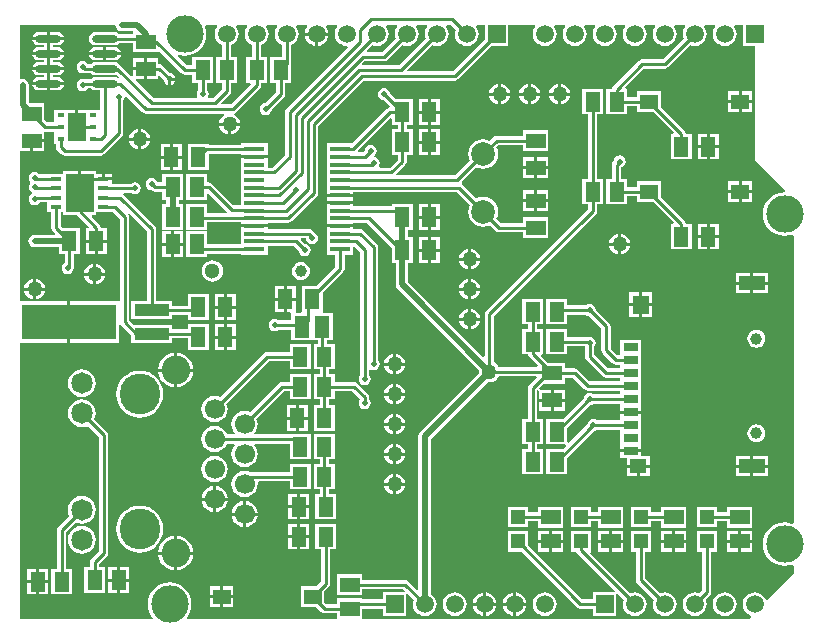
<source format=gtl>
G04 Layer_Physical_Order=1*
G04 Layer_Color=255*
%FSLAX25Y25*%
%MOIN*%
G70*
G01*
G75*
%ADD10R,0.06500X0.05000*%
%ADD11R,0.05000X0.06500*%
%ADD12R,0.05906X0.09449*%
%ADD13R,0.02362X0.01575*%
%ADD14R,0.05906X0.04724*%
%ADD15O,0.08661X0.02362*%
%ADD16R,0.05512X0.06299*%
%ADD17R,0.08661X0.04724*%
%ADD18R,0.05512X0.04724*%
%ADD19R,0.05118X0.02756*%
%ADD20R,0.06890X0.01772*%
%ADD21R,0.04921X0.07284*%
%ADD22R,0.04724X0.04724*%
%ADD23R,0.09252X0.12795*%
%ADD24R,0.03740X0.01378*%
%ADD25R,0.11811X0.03937*%
%ADD26R,0.31496X0.11811*%
%ADD27C,0.01000*%
%ADD28C,0.02000*%
%ADD29C,0.05906*%
%ADD30R,0.05906X0.05906*%
%ADD31C,0.12500*%
%ADD32C,0.09567*%
%ADD33C,0.06693*%
%ADD34C,0.07165*%
%ADD35C,0.13583*%
%ADD36C,0.03937*%
%ADD37C,0.07874*%
%ADD38C,0.05118*%
%ADD39C,0.05000*%
%ADD40C,0.01969*%
G36*
X37116Y202220D02*
X37558Y201558D01*
X38220Y201116D01*
X39000Y200961D01*
X42750D01*
Y200029D01*
X38200D01*
X38171Y200073D01*
X37449Y200554D01*
X36598Y200724D01*
X30299D01*
X29448Y200554D01*
X28727Y200073D01*
X28245Y199351D01*
X28075Y198500D01*
X28245Y197649D01*
X28727Y196927D01*
X29448Y196446D01*
X30299Y196276D01*
X36598D01*
X37449Y196446D01*
X38171Y196927D01*
X38200Y196971D01*
X42750D01*
Y194000D01*
X51250D01*
Y194000D01*
X51665Y194172D01*
X58919Y186919D01*
X59415Y186587D01*
X60000Y186471D01*
X62500D01*
Y183750D01*
X64471D01*
Y181283D01*
X64131Y180774D01*
X63977Y180000D01*
X64131Y179226D01*
X64262Y179029D01*
X63995Y178529D01*
X49633D01*
X43625Y184538D01*
X43816Y185000D01*
X46500D01*
Y188000D01*
X42750D01*
Y186066D01*
X42288Y185875D01*
X38581Y189581D01*
X38432Y189681D01*
X38171Y190073D01*
X37449Y190554D01*
X36598Y190724D01*
X30299D01*
X29448Y190554D01*
X28727Y190073D01*
X28698Y190029D01*
X27699D01*
X27431Y190431D01*
X26774Y190869D01*
X26000Y191023D01*
X25226Y190869D01*
X24569Y190431D01*
X24131Y189774D01*
X23977Y189000D01*
X24131Y188226D01*
X24569Y187569D01*
X25226Y187131D01*
X26000Y186977D01*
X26234Y187023D01*
X26500Y186971D01*
X28698D01*
X28727Y186927D01*
X29448Y186445D01*
X30299Y186276D01*
X36598D01*
X37401Y186436D01*
X38148Y185689D01*
X37829Y185301D01*
X37449Y185555D01*
X36598Y185724D01*
X30299D01*
X29448Y185555D01*
X28727Y185073D01*
X28698Y185029D01*
X26500D01*
X26234Y184976D01*
X26000Y185023D01*
X25226Y184869D01*
X24569Y184431D01*
X24131Y183774D01*
X23977Y183000D01*
X24131Y182226D01*
X24569Y181569D01*
X25226Y181131D01*
X26000Y180977D01*
X26774Y181131D01*
X27431Y181569D01*
X27699Y181971D01*
X28698D01*
X28727Y181928D01*
X29448Y181446D01*
X30299Y181276D01*
X31919D01*
Y174909D01*
X31496Y174724D01*
Y174724D01*
X24500D01*
Y169000D01*
X23500D01*
Y174724D01*
X16504D01*
Y171150D01*
X16504D01*
Y171029D01*
X16111Y170529D01*
X14133D01*
X13250Y171413D01*
Y177000D01*
X8384D01*
X8039Y177345D01*
Y183000D01*
X7884Y183780D01*
X7442Y184442D01*
X6780Y184884D01*
X6000Y185039D01*
X5500Y184940D01*
X5000Y185293D01*
Y203000D01*
X36961D01*
X37116Y202220D01*
D02*
G37*
G36*
X246047Y196047D02*
X250000D01*
Y158000D01*
X260268Y147732D01*
X260054Y147280D01*
X260000Y147285D01*
X258579Y147145D01*
X257212Y146730D01*
X255953Y146057D01*
X254849Y145151D01*
X253943Y144047D01*
X253270Y142788D01*
X252855Y141421D01*
X252715Y140000D01*
X252855Y138579D01*
X253270Y137212D01*
X253943Y135953D01*
X254849Y134849D01*
X255953Y133943D01*
X257212Y133270D01*
X258579Y132855D01*
X260000Y132715D01*
X261421Y132855D01*
X262500Y133182D01*
X263000Y132846D01*
Y37154D01*
X262500Y36818D01*
X261421Y37145D01*
X260000Y37285D01*
X258579Y37145D01*
X257212Y36731D01*
X255953Y36057D01*
X254849Y35151D01*
X253943Y34047D01*
X253270Y32788D01*
X252855Y31421D01*
X252715Y30000D01*
X252855Y28579D01*
X253270Y27212D01*
X253943Y25953D01*
X254849Y24849D01*
X255953Y23943D01*
X257212Y23269D01*
X258579Y22855D01*
X260000Y22715D01*
X261421Y22855D01*
X262500Y23182D01*
X263000Y22846D01*
Y20000D01*
X254287Y11287D01*
X253697Y11404D01*
X253453Y11993D01*
X252819Y12819D01*
X251993Y13453D01*
X251032Y13851D01*
X250000Y13987D01*
X248968Y13851D01*
X248007Y13453D01*
X247181Y12819D01*
X246547Y11993D01*
X246149Y11032D01*
X246013Y10000D01*
X246149Y8968D01*
X246547Y8007D01*
X247181Y7181D01*
X248007Y6547D01*
X248596Y6303D01*
X248713Y5713D01*
X248000Y5000D01*
X119250D01*
Y8471D01*
X126047D01*
Y6047D01*
X133953D01*
Y13231D01*
X134415Y13422D01*
X136341Y11496D01*
X136149Y11032D01*
X136013Y10000D01*
X136149Y8968D01*
X136547Y8007D01*
X137181Y7181D01*
X138007Y6547D01*
X138968Y6149D01*
X140000Y6013D01*
X141032Y6149D01*
X141993Y6547D01*
X142819Y7181D01*
X143453Y8007D01*
X143851Y8968D01*
X143987Y10000D01*
X143851Y11032D01*
X143453Y11993D01*
X142819Y12819D01*
X142039Y13418D01*
Y65100D01*
X160984Y84045D01*
X161555Y83970D01*
X162469Y84090D01*
X163320Y84443D01*
X164051Y85004D01*
X164612Y85735D01*
X164710Y85971D01*
X177154D01*
X177346Y85509D01*
X174919Y83081D01*
X174587Y82585D01*
X174471Y82000D01*
Y71750D01*
X172500D01*
Y63250D01*
X174471D01*
Y61750D01*
X172500D01*
Y53250D01*
X179500D01*
Y61750D01*
X177529D01*
Y63250D01*
X179500D01*
Y71750D01*
X177529D01*
Y81251D01*
X177773Y81435D01*
X178250Y81170D01*
X178250Y81050D01*
Y78500D01*
X182000D01*
Y81500D01*
X178734D01*
X178441Y81500D01*
X178364Y81510D01*
X178101Y81938D01*
X179663Y83500D01*
X186750D01*
Y85471D01*
X189366D01*
X193241Y81596D01*
X193738Y81264D01*
X194323Y81148D01*
X205102D01*
Y79876D01*
X196283D01*
X195774Y80216D01*
X195000Y80370D01*
X194226Y80216D01*
X193569Y79777D01*
X193131Y79121D01*
X193050Y78713D01*
X186087Y71750D01*
X180500D01*
Y63250D01*
X186880D01*
X187087Y62750D01*
X186087Y61750D01*
X180500D01*
Y53250D01*
X187500D01*
Y58837D01*
X196360Y67697D01*
X196959Y67816D01*
X197468Y68156D01*
X205102D01*
Y62976D01*
Y61524D01*
X208661D01*
X212221D01*
Y62976D01*
Y67307D01*
Y71638D01*
Y73516D01*
X208661D01*
X205102D01*
Y71214D01*
X197468D01*
X196959Y71554D01*
X196185Y71708D01*
X195411Y71554D01*
X194755Y71116D01*
X194316Y70459D01*
X194197Y69859D01*
X188000Y63663D01*
X187500Y63870D01*
Y68837D01*
X194989Y76326D01*
X195000Y76323D01*
X195774Y76477D01*
X196283Y76817D01*
X205102D01*
Y74516D01*
X208661D01*
X212221D01*
Y75968D01*
Y80299D01*
Y84630D01*
Y88961D01*
Y93291D01*
Y98047D01*
X205102D01*
Y92868D01*
X204295D01*
X202000Y95163D01*
Y102529D01*
X201884Y103115D01*
X201552Y103611D01*
X196988Y108175D01*
X196869Y108774D01*
X196431Y109431D01*
X195774Y109869D01*
X195000Y110023D01*
X194226Y109869D01*
X193717Y109529D01*
X187500D01*
Y111750D01*
X180500D01*
Y103250D01*
X187500D01*
Y106471D01*
X193717D01*
X194226Y106131D01*
X194825Y106012D01*
X198941Y101896D01*
Y94529D01*
X199058Y93944D01*
X199389Y93448D01*
X202580Y90257D01*
X203076Y89926D01*
X203661Y89809D01*
X205102D01*
Y88537D01*
X201126D01*
X196529Y93133D01*
Y95717D01*
X196869Y96226D01*
X197023Y97000D01*
X196869Y97774D01*
X196431Y98431D01*
X195774Y98869D01*
X195000Y99023D01*
X194766Y98976D01*
X194500Y99029D01*
X187500D01*
Y101750D01*
X180500D01*
Y93250D01*
X187500D01*
Y95971D01*
X193301D01*
X193471Y95717D01*
Y92500D01*
X193587Y91915D01*
X193919Y91419D01*
X199411Y85926D01*
X199907Y85595D01*
X200492Y85479D01*
X205102D01*
Y84207D01*
X194956D01*
X191081Y88081D01*
X190585Y88413D01*
X190000Y88529D01*
X186750D01*
Y90500D01*
X181163D01*
X178875Y92788D01*
X179066Y93250D01*
X179500D01*
Y101750D01*
X177529D01*
Y103250D01*
X179500D01*
Y111750D01*
X172500D01*
Y103250D01*
X174471D01*
Y101750D01*
X172500D01*
Y93250D01*
X174520D01*
X174587Y92915D01*
X174919Y92419D01*
X177808Y89529D01*
X177601Y89029D01*
X164710D01*
X164612Y89265D01*
X164051Y89996D01*
X163320Y90557D01*
X163084Y90655D01*
Y105922D01*
X197081Y139919D01*
X197413Y140415D01*
X197529Y141000D01*
Y143250D01*
X199500D01*
Y151750D01*
X197529D01*
Y173250D01*
X199500D01*
Y181750D01*
X192500D01*
Y173250D01*
X194471D01*
Y151750D01*
X192500D01*
Y143250D01*
X194471D01*
Y141633D01*
X160474Y107637D01*
X160142Y107140D01*
X160026Y106555D01*
Y92567D01*
X159564Y92375D01*
X134539Y117400D01*
Y123750D01*
X136000D01*
Y132250D01*
X134539D01*
Y134750D01*
X136000D01*
Y143250D01*
X129000D01*
Y142691D01*
X116217D01*
Y143220D01*
X111772D01*
X107327D01*
Y141835D01*
Y139276D01*
Y136716D01*
Y136543D01*
X111772D01*
X116217D01*
Y137073D01*
X120764D01*
X129000Y128837D01*
Y123750D01*
X130461D01*
Y117000D01*
X130505Y116778D01*
X130461Y116555D01*
X130616Y115775D01*
X131058Y115113D01*
X158100Y88071D01*
X158025Y87500D01*
X158100Y86929D01*
X138558Y67387D01*
X138116Y66725D01*
X137961Y65945D01*
Y14855D01*
X137499Y14664D01*
X134581Y17581D01*
X134085Y17913D01*
X133500Y18029D01*
X119250D01*
Y20000D01*
X110750D01*
Y13000D01*
X119250D01*
Y14971D01*
X132867D01*
X133422Y14415D01*
X133231Y13953D01*
X126047D01*
Y11529D01*
X119250D01*
Y12000D01*
X110750D01*
Y10029D01*
X107291D01*
X106610Y10710D01*
Y14290D01*
X108081Y15761D01*
X108413Y16257D01*
X108529Y16842D01*
Y28250D01*
X110500D01*
Y36750D01*
X103500D01*
Y28250D01*
X105471D01*
Y17476D01*
X103857Y15862D01*
X98705D01*
Y9138D01*
X103857D01*
X105576Y7419D01*
X106072Y7087D01*
X106658Y6971D01*
X110750D01*
Y5000D01*
X60860D01*
X60646Y5452D01*
X61057Y5953D01*
X61730Y7212D01*
X62145Y8579D01*
X62285Y10000D01*
X62145Y11421D01*
X61730Y12788D01*
X61057Y14047D01*
X60151Y15151D01*
X59047Y16057D01*
X57788Y16730D01*
X56421Y17145D01*
X55000Y17285D01*
X53579Y17145D01*
X52212Y16730D01*
X50953Y16057D01*
X49849Y15151D01*
X48943Y14047D01*
X48270Y12788D01*
X47855Y11421D01*
X47715Y10000D01*
X47855Y8579D01*
X48270Y7212D01*
X48943Y5953D01*
X49354Y5452D01*
X49140Y5000D01*
X5000D01*
Y97095D01*
X20941D01*
Y104000D01*
Y110906D01*
X5000D01*
Y161000D01*
X8500D01*
Y164500D01*
X9000D01*
Y165000D01*
X13250D01*
Y167265D01*
X13500Y167471D01*
X16111D01*
X16504Y167213D01*
Y166850D01*
X16504D01*
Y163276D01*
X17156D01*
Y162315D01*
X17272Y161730D01*
X17604Y161233D01*
X18918Y159919D01*
X19415Y159587D01*
X20000Y159471D01*
X32000D01*
X32585Y159587D01*
X33081Y159919D01*
X39081Y165919D01*
X39413Y166415D01*
X39529Y167000D01*
Y177717D01*
X39869Y178226D01*
X40023Y179000D01*
X39997Y179133D01*
X40457Y179380D01*
X45919Y173919D01*
X46415Y173587D01*
X47000Y173471D01*
X72993D01*
X73122Y172971D01*
X72504Y172496D01*
X71943Y171765D01*
X71590Y170914D01*
X71536Y170500D01*
X78464D01*
X78410Y170914D01*
X78057Y171765D01*
X77496Y172496D01*
X76765Y173057D01*
X76674Y173095D01*
X76632Y173327D01*
X76665Y173640D01*
X77081Y173919D01*
X85081Y181919D01*
X85413Y182415D01*
X85529Y183000D01*
Y183750D01*
X87500D01*
Y192250D01*
X85529D01*
Y196355D01*
X85993Y196547D01*
X86819Y197181D01*
X87453Y198007D01*
X87851Y198968D01*
X87987Y200000D01*
X87851Y201032D01*
X87453Y201993D01*
X87064Y202500D01*
X87311Y203000D01*
X90689D01*
X90936Y202500D01*
X90547Y201993D01*
X90149Y201032D01*
X90013Y200000D01*
X90149Y198968D01*
X90547Y198007D01*
X91181Y197181D01*
X92007Y196547D01*
X92471Y196355D01*
Y192250D01*
X88500D01*
Y183750D01*
X90471D01*
Y180633D01*
X86826Y176988D01*
X86226Y176869D01*
X85569Y176431D01*
X85131Y175774D01*
X84977Y175000D01*
X85131Y174226D01*
X85569Y173569D01*
X86226Y173131D01*
X87000Y172977D01*
X87774Y173131D01*
X88431Y173569D01*
X88869Y174226D01*
X88988Y174826D01*
X93081Y178919D01*
X93413Y179415D01*
X93529Y180000D01*
Y183750D01*
X95500D01*
Y189852D01*
X95529Y190000D01*
Y196355D01*
X95993Y196547D01*
X96819Y197181D01*
X97453Y198007D01*
X97851Y198968D01*
X97987Y200000D01*
X97851Y201032D01*
X97453Y201993D01*
X97064Y202500D01*
X97311Y203000D01*
X100689D01*
X100936Y202500D01*
X100547Y201993D01*
X100149Y201032D01*
X100079Y200500D01*
X104000D01*
X107921D01*
X107851Y201032D01*
X107453Y201993D01*
X107064Y202500D01*
X107311Y203000D01*
X110689D01*
X110936Y202500D01*
X110547Y201993D01*
X110149Y201032D01*
X110013Y200000D01*
X110149Y198968D01*
X110547Y198007D01*
X111181Y197181D01*
X112007Y196547D01*
X112968Y196149D01*
X114000Y196013D01*
X114208Y196040D01*
X114429Y195592D01*
X93919Y175081D01*
X93587Y174585D01*
X93471Y174000D01*
Y159634D01*
X89323Y155486D01*
X87673D01*
Y158575D01*
X83228D01*
X78784D01*
Y157189D01*
Y154630D01*
Y152071D01*
Y149512D01*
Y146953D01*
Y142864D01*
X76299D01*
X69081Y150081D01*
X68585Y150413D01*
X68000Y150529D01*
X67500D01*
Y153250D01*
X60500D01*
Y144750D01*
X67500D01*
Y146684D01*
X67962Y146875D01*
X74070Y140767D01*
X73879Y140305D01*
X67500D01*
Y143250D01*
X60500D01*
Y134750D01*
X67500D01*
Y137246D01*
X78784D01*
Y136543D01*
X83228D01*
X87673D01*
Y137073D01*
X94602D01*
X95188Y137189D01*
X95684Y137521D01*
X104081Y145919D01*
X104413Y146415D01*
X104529Y147000D01*
Y169367D01*
X119633Y184471D01*
X150000D01*
X150585Y184587D01*
X151081Y184919D01*
X162210Y196047D01*
X167953D01*
Y203000D01*
X176689D01*
X176936Y202500D01*
X176547Y201993D01*
X176149Y201032D01*
X176013Y200000D01*
X176149Y198968D01*
X176547Y198007D01*
X177181Y197181D01*
X178007Y196547D01*
X178968Y196149D01*
X180000Y196013D01*
X181032Y196149D01*
X181993Y196547D01*
X182819Y197181D01*
X183453Y198007D01*
X183851Y198968D01*
X183987Y200000D01*
X183851Y201032D01*
X183453Y201993D01*
X183064Y202500D01*
X183311Y203000D01*
X186689D01*
X186936Y202500D01*
X186547Y201993D01*
X186149Y201032D01*
X186013Y200000D01*
X186149Y198968D01*
X186547Y198007D01*
X187181Y197181D01*
X188007Y196547D01*
X188968Y196149D01*
X190000Y196013D01*
X191032Y196149D01*
X191993Y196547D01*
X192819Y197181D01*
X193453Y198007D01*
X193851Y198968D01*
X193987Y200000D01*
X193851Y201032D01*
X193453Y201993D01*
X193064Y202500D01*
X193311Y203000D01*
X196689D01*
X196936Y202500D01*
X196547Y201993D01*
X196149Y201032D01*
X196013Y200000D01*
X196149Y198968D01*
X196547Y198007D01*
X197181Y197181D01*
X198007Y196547D01*
X198968Y196149D01*
X200000Y196013D01*
X201032Y196149D01*
X201993Y196547D01*
X202819Y197181D01*
X203453Y198007D01*
X203851Y198968D01*
X203987Y200000D01*
X203851Y201032D01*
X203453Y201993D01*
X203064Y202500D01*
X203311Y203000D01*
X206689D01*
X206936Y202500D01*
X206547Y201993D01*
X206149Y201032D01*
X206013Y200000D01*
X206149Y198968D01*
X206547Y198007D01*
X207181Y197181D01*
X208007Y196547D01*
X208968Y196149D01*
X210000Y196013D01*
X211032Y196149D01*
X211993Y196547D01*
X212819Y197181D01*
X213453Y198007D01*
X213851Y198968D01*
X213987Y200000D01*
X213851Y201032D01*
X213453Y201993D01*
X213064Y202500D01*
X213311Y203000D01*
X216689D01*
X216936Y202500D01*
X216547Y201993D01*
X216149Y201032D01*
X216013Y200000D01*
X216149Y198968D01*
X216547Y198007D01*
X217181Y197181D01*
X218007Y196547D01*
X218968Y196149D01*
X220000Y196013D01*
X221032Y196149D01*
X221993Y196547D01*
X222819Y197181D01*
X223453Y198007D01*
X223851Y198968D01*
X223987Y200000D01*
X223851Y201032D01*
X223453Y201993D01*
X223064Y202500D01*
X223311Y203000D01*
X226689D01*
X226936Y202500D01*
X226547Y201993D01*
X226149Y201032D01*
X226013Y200000D01*
X226149Y198968D01*
X226341Y198504D01*
X219367Y191529D01*
X212500D01*
X211915Y191413D01*
X211419Y191081D01*
X202919Y182581D01*
X202587Y182085D01*
X202520Y181750D01*
X200500D01*
Y173250D01*
X207500D01*
Y175971D01*
X210890D01*
Y174138D01*
X216042D01*
X222968Y167212D01*
X222776Y166750D01*
X222000D01*
Y158250D01*
X229000D01*
Y166750D01*
X227029D01*
Y166842D01*
X226913Y167428D01*
X226581Y167924D01*
X218795Y175710D01*
Y180862D01*
X210890D01*
Y179029D01*
X207500D01*
Y181750D01*
X207066D01*
X206875Y182212D01*
X213134Y188471D01*
X220000D01*
X220585Y188587D01*
X221081Y188919D01*
X228504Y196341D01*
X228968Y196149D01*
X230000Y196013D01*
X231032Y196149D01*
X231993Y196547D01*
X232819Y197181D01*
X233453Y198007D01*
X233851Y198968D01*
X233987Y200000D01*
X233851Y201032D01*
X233453Y201993D01*
X233064Y202500D01*
X233311Y203000D01*
X236689D01*
X236936Y202500D01*
X236547Y201993D01*
X236149Y201032D01*
X236013Y200000D01*
X236149Y198968D01*
X236547Y198007D01*
X237181Y197181D01*
X238007Y196547D01*
X238968Y196149D01*
X240000Y196013D01*
X241032Y196149D01*
X241993Y196547D01*
X242819Y197181D01*
X243453Y198007D01*
X243851Y198968D01*
X243987Y200000D01*
X243851Y201032D01*
X243453Y201993D01*
X243064Y202500D01*
X243311Y203000D01*
X246047D01*
Y196047D01*
D02*
G37*
G36*
X160047Y198210D02*
X149366Y187529D01*
X134346D01*
X134154Y187991D01*
X142504Y196341D01*
X142968Y196149D01*
X144000Y196013D01*
X145032Y196149D01*
X145993Y196547D01*
X146819Y197181D01*
X147453Y198007D01*
X147851Y198968D01*
X147987Y200000D01*
X147851Y201032D01*
X147453Y201993D01*
X147064Y202500D01*
X147311Y203000D01*
X148837D01*
X150341Y201496D01*
X150149Y201032D01*
X150013Y200000D01*
X150149Y198968D01*
X150547Y198007D01*
X151181Y197181D01*
X152007Y196547D01*
X152968Y196149D01*
X154000Y196013D01*
X155032Y196149D01*
X155993Y196547D01*
X156819Y197181D01*
X157453Y198007D01*
X157851Y198968D01*
X157987Y200000D01*
X157851Y201032D01*
X157453Y201993D01*
X157064Y202500D01*
X157311Y203000D01*
X160047D01*
Y198210D01*
D02*
G37*
G36*
X140936Y202500D02*
X140547Y201993D01*
X140149Y201032D01*
X140013Y200000D01*
X140149Y198968D01*
X140341Y198504D01*
X131367Y189529D01*
X119174D01*
X118983Y189991D01*
X119962Y190971D01*
X126500D01*
X127085Y191087D01*
X127581Y191419D01*
X132504Y196341D01*
X132968Y196149D01*
X134000Y196013D01*
X135032Y196149D01*
X135993Y196547D01*
X136819Y197181D01*
X137453Y198007D01*
X137851Y198968D01*
X137987Y200000D01*
X137851Y201032D01*
X137453Y201993D01*
X137064Y202500D01*
X137311Y203000D01*
X140689D01*
X140936Y202500D01*
D02*
G37*
G36*
X130936D02*
X130547Y201993D01*
X130149Y201032D01*
X130013Y200000D01*
X130149Y198968D01*
X130341Y198504D01*
X125866Y194029D01*
X120846D01*
X120654Y194491D01*
X122504Y196341D01*
X122968Y196149D01*
X124000Y196013D01*
X125032Y196149D01*
X125993Y196547D01*
X126819Y197181D01*
X127453Y198007D01*
X127851Y198968D01*
X127987Y200000D01*
X127851Y201032D01*
X127453Y201993D01*
X127064Y202500D01*
X127311Y203000D01*
X130689D01*
X130936Y202500D01*
D02*
G37*
G36*
X70936D02*
X70547Y201993D01*
X70149Y201032D01*
X70013Y200000D01*
X70149Y198968D01*
X70547Y198007D01*
X71181Y197181D01*
X72007Y196547D01*
X72471Y196355D01*
Y192250D01*
X70500D01*
Y183750D01*
X72471D01*
Y181633D01*
X69367Y178529D01*
X68005D01*
X67738Y179029D01*
X67869Y179226D01*
X68023Y180000D01*
X67869Y180774D01*
X67529Y181283D01*
Y183750D01*
X69500D01*
Y192250D01*
X62500D01*
Y189529D01*
X60633D01*
X57505Y192658D01*
X57770Y193100D01*
X58579Y192855D01*
X60000Y192715D01*
X61421Y192855D01*
X62788Y193270D01*
X64047Y193943D01*
X65151Y194849D01*
X66057Y195953D01*
X66730Y197212D01*
X67145Y198579D01*
X67285Y200000D01*
X67145Y201421D01*
X66818Y202500D01*
X67154Y203000D01*
X70689D01*
X70936Y202500D01*
D02*
G37*
G36*
X80936D02*
X80547Y201993D01*
X80149Y201032D01*
X80013Y200000D01*
X80149Y198968D01*
X80547Y198007D01*
X81181Y197181D01*
X82007Y196547D01*
X82471Y196355D01*
Y192250D01*
X80500D01*
Y183750D01*
X81880D01*
X82087Y183250D01*
X75366Y176529D01*
X72346D01*
X72154Y176991D01*
X75081Y179919D01*
X75413Y180415D01*
X75529Y181000D01*
Y183750D01*
X77500D01*
Y192250D01*
X75529D01*
Y196355D01*
X75993Y196547D01*
X76819Y197181D01*
X77453Y198007D01*
X77851Y198968D01*
X77987Y200000D01*
X77851Y201032D01*
X77453Y201993D01*
X77064Y202500D01*
X77311Y203000D01*
X80689D01*
X80936Y202500D01*
D02*
G37*
%LPC*%
G36*
X17701Y200724D02*
X15051D01*
Y199000D01*
X19825D01*
X19755Y199351D01*
X19273Y200073D01*
X18552Y200554D01*
X17701Y200724D01*
D02*
G37*
G36*
X14051D02*
X11402D01*
X10550Y200554D01*
X9829Y200073D01*
X9347Y199351D01*
X9277Y199000D01*
X14051D01*
Y200724D01*
D02*
G37*
G36*
X36598Y195724D02*
X33949D01*
Y194000D01*
X38723D01*
X38653Y194351D01*
X38171Y195072D01*
X37449Y195554D01*
X36598Y195724D01*
D02*
G37*
G36*
X32949D02*
X30299D01*
X29448Y195554D01*
X28727Y195072D01*
X28245Y194351D01*
X28175Y194000D01*
X32949D01*
Y195724D01*
D02*
G37*
G36*
X19825Y198000D02*
X14551D01*
X9277D01*
X9347Y197649D01*
X9829Y196927D01*
X10550Y196446D01*
X11402Y196276D01*
X13022D01*
Y195724D01*
X11402D01*
X10550Y195554D01*
X9829Y195072D01*
X9347Y194351D01*
X9277Y194000D01*
X14551D01*
X19825D01*
X19755Y194351D01*
X19273Y195072D01*
X18552Y195554D01*
X17701Y195724D01*
X16081D01*
Y196276D01*
X17701D01*
X18552Y196446D01*
X19273Y196927D01*
X19755Y197649D01*
X19825Y198000D01*
D02*
G37*
G36*
X38723Y193000D02*
X33949D01*
Y191276D01*
X36598D01*
X37449Y191446D01*
X38171Y191928D01*
X38653Y192649D01*
X38723Y193000D01*
D02*
G37*
G36*
X32949D02*
X28175D01*
X28245Y192649D01*
X28727Y191928D01*
X29448Y191446D01*
X30299Y191276D01*
X32949D01*
Y193000D01*
D02*
G37*
G36*
X46500Y192000D02*
X42750D01*
Y189000D01*
X46500D01*
Y192000D01*
D02*
G37*
G36*
X19825Y193000D02*
X14551D01*
X9277D01*
X9347Y192649D01*
X9829Y191928D01*
X10550Y191446D01*
X11402Y191276D01*
X13022D01*
Y190724D01*
X11402D01*
X10550Y190554D01*
X9829Y190073D01*
X9347Y189351D01*
X9277Y189000D01*
X14551D01*
X19825D01*
X19755Y189351D01*
X19273Y190073D01*
X18552Y190554D01*
X17701Y190724D01*
X16081D01*
Y191276D01*
X17701D01*
X18552Y191446D01*
X19273Y191928D01*
X19755Y192649D01*
X19825Y193000D01*
D02*
G37*
G36*
Y188000D02*
X14551D01*
X9277D01*
X9347Y187649D01*
X9829Y186927D01*
X10550Y186445D01*
X11402Y186276D01*
X13022D01*
Y185724D01*
X11402D01*
X10550Y185555D01*
X9829Y185073D01*
X9347Y184351D01*
X9277Y184000D01*
X14551D01*
X19825D01*
X19755Y184351D01*
X19273Y185073D01*
X18552Y185555D01*
X17701Y185724D01*
X16081D01*
Y186276D01*
X17701D01*
X18552Y186445D01*
X19273Y186927D01*
X19755Y187649D01*
X19825Y188000D01*
D02*
G37*
G36*
X56924Y184500D02*
X55500D01*
Y183076D01*
X55774Y183131D01*
X56431Y183569D01*
X56869Y184226D01*
X56924Y184500D01*
D02*
G37*
G36*
X51250Y192000D02*
X47500D01*
Y188500D01*
Y185000D01*
X51250D01*
Y185934D01*
X51712Y186125D01*
X53012Y184826D01*
X53131Y184226D01*
X53569Y183569D01*
X54226Y183131D01*
X54500Y183076D01*
Y185000D01*
X55000D01*
Y185500D01*
X56924D01*
X56869Y185774D01*
X56431Y186431D01*
X55774Y186869D01*
X55174Y186988D01*
X52581Y189581D01*
X52085Y189913D01*
X51500Y190029D01*
X51250D01*
Y192000D01*
D02*
G37*
G36*
X19825Y183000D02*
X15051D01*
Y181276D01*
X17701D01*
X18552Y181446D01*
X19273Y181928D01*
X19755Y182649D01*
X19825Y183000D01*
D02*
G37*
G36*
X14051D02*
X9277D01*
X9347Y182649D01*
X9829Y181928D01*
X10550Y181446D01*
X11402Y181276D01*
X14051D01*
Y183000D01*
D02*
G37*
G36*
X107921Y199500D02*
X104500D01*
Y196079D01*
X105032Y196149D01*
X105993Y196547D01*
X106819Y197181D01*
X107453Y198007D01*
X107851Y198968D01*
X107921Y199500D01*
D02*
G37*
G36*
X103500D02*
X100079D01*
X100149Y198968D01*
X100547Y198007D01*
X101181Y197181D01*
X102007Y196547D01*
X102968Y196149D01*
X103500Y196079D01*
Y199500D01*
D02*
G37*
G36*
X185500Y183464D02*
Y180500D01*
X188464D01*
X188410Y180914D01*
X188057Y181765D01*
X187496Y182496D01*
X186765Y183057D01*
X185914Y183410D01*
X185500Y183464D01*
D02*
G37*
G36*
X184500D02*
X184086Y183410D01*
X183235Y183057D01*
X182504Y182496D01*
X181943Y181765D01*
X181590Y180914D01*
X181536Y180500D01*
X184500D01*
Y183464D01*
D02*
G37*
G36*
X175500D02*
Y180500D01*
X178464D01*
X178410Y180914D01*
X178057Y181765D01*
X177496Y182496D01*
X176765Y183057D01*
X175914Y183410D01*
X175500Y183464D01*
D02*
G37*
G36*
X174500D02*
X174086Y183410D01*
X173235Y183057D01*
X172504Y182496D01*
X171943Y181765D01*
X171590Y180914D01*
X171536Y180500D01*
X174500D01*
Y183464D01*
D02*
G37*
G36*
X165500D02*
Y180500D01*
X168464D01*
X168410Y180914D01*
X168057Y181765D01*
X167496Y182496D01*
X166765Y183057D01*
X165914Y183410D01*
X165500Y183464D01*
D02*
G37*
G36*
X164500D02*
X164086Y183410D01*
X163235Y183057D01*
X162504Y182496D01*
X161943Y181765D01*
X161590Y180914D01*
X161536Y180500D01*
X164500D01*
Y183464D01*
D02*
G37*
G36*
X249110Y180862D02*
X245657D01*
Y178000D01*
X249110D01*
Y180862D01*
D02*
G37*
G36*
X244657D02*
X241205D01*
Y178000D01*
X244657D01*
Y180862D01*
D02*
G37*
G36*
X188464Y179500D02*
X185500D01*
Y176536D01*
X185914Y176590D01*
X186765Y176943D01*
X187496Y177504D01*
X188057Y178235D01*
X188410Y179086D01*
X188464Y179500D01*
D02*
G37*
G36*
X184500D02*
X181536D01*
X181590Y179086D01*
X181943Y178235D01*
X182504Y177504D01*
X183235Y176943D01*
X184086Y176590D01*
X184500Y176536D01*
Y179500D01*
D02*
G37*
G36*
X178464D02*
X175500D01*
Y176536D01*
X175914Y176590D01*
X176765Y176943D01*
X177496Y177504D01*
X178057Y178235D01*
X178410Y179086D01*
X178464Y179500D01*
D02*
G37*
G36*
X174500D02*
X171536D01*
X171590Y179086D01*
X171943Y178235D01*
X172504Y177504D01*
X173235Y176943D01*
X174086Y176590D01*
X174500Y176536D01*
Y179500D01*
D02*
G37*
G36*
X168464D02*
X165500D01*
Y176536D01*
X165914Y176590D01*
X166765Y176943D01*
X167496Y177504D01*
X168057Y178235D01*
X168410Y179086D01*
X168464Y179500D01*
D02*
G37*
G36*
X164500D02*
X161536D01*
X161590Y179086D01*
X161943Y178235D01*
X162504Y177504D01*
X163235Y176943D01*
X164086Y176590D01*
X164500Y176536D01*
Y179500D01*
D02*
G37*
G36*
X145000Y178250D02*
X142000D01*
Y174500D01*
X145000D01*
Y178250D01*
D02*
G37*
G36*
X141000D02*
X138000D01*
Y174500D01*
X141000D01*
Y178250D01*
D02*
G37*
G36*
X249110Y177000D02*
X245657D01*
Y174138D01*
X249110D01*
Y177000D01*
D02*
G37*
G36*
X244657D02*
X241205D01*
Y174138D01*
X244657D01*
Y177000D01*
D02*
G37*
G36*
X145000Y173500D02*
X142000D01*
Y169750D01*
X145000D01*
Y173500D01*
D02*
G37*
G36*
X141000D02*
X138000D01*
Y169750D01*
X141000D01*
Y173500D01*
D02*
G37*
G36*
X78464Y169500D02*
X75500D01*
Y166536D01*
X75914Y166590D01*
X76765Y166943D01*
X77496Y167504D01*
X78057Y168235D01*
X78410Y169086D01*
X78464Y169500D01*
D02*
G37*
G36*
X74500D02*
X71536D01*
X71590Y169086D01*
X71943Y168235D01*
X72504Y167504D01*
X73235Y166943D01*
X74086Y166590D01*
X74500Y166536D01*
Y169500D01*
D02*
G37*
G36*
X45500Y168464D02*
Y165500D01*
X48464D01*
X48410Y165914D01*
X48057Y166765D01*
X47496Y167496D01*
X46765Y168057D01*
X45914Y168410D01*
X45500Y168464D01*
D02*
G37*
G36*
X44500D02*
X44086Y168410D01*
X43235Y168057D01*
X42504Y167496D01*
X41943Y166765D01*
X41590Y165914D01*
X41536Y165500D01*
X44500D01*
Y168464D01*
D02*
G37*
G36*
X145000Y168250D02*
X142000D01*
Y164500D01*
X145000D01*
Y168250D01*
D02*
G37*
G36*
X141000D02*
X138000D01*
Y164500D01*
X141000D01*
Y168250D01*
D02*
G37*
G36*
X87673Y163520D02*
X78784D01*
Y163163D01*
X68000D01*
Y163250D01*
X61000D01*
Y154750D01*
X68000D01*
Y160105D01*
X78784D01*
Y159575D01*
X83228D01*
X87673D01*
Y159748D01*
Y163520D01*
D02*
G37*
G36*
X238000Y166750D02*
X235000D01*
Y163000D01*
X238000D01*
Y166750D01*
D02*
G37*
G36*
X234000D02*
X231000D01*
Y163000D01*
X234000D01*
Y166750D01*
D02*
G37*
G36*
X48464Y164500D02*
X45500D01*
Y161536D01*
X45914Y161590D01*
X46765Y161943D01*
X47496Y162504D01*
X48057Y163235D01*
X48410Y164086D01*
X48464Y164500D01*
D02*
G37*
G36*
X44500D02*
X41536D01*
X41590Y164086D01*
X41943Y163235D01*
X42504Y162504D01*
X43235Y161943D01*
X44086Y161590D01*
X44500Y161536D01*
Y164500D01*
D02*
G37*
G36*
X126500Y182023D02*
X125726Y181869D01*
X125069Y181431D01*
X124631Y180774D01*
X124477Y180000D01*
X124631Y179226D01*
X125069Y178569D01*
X125726Y178131D01*
X126326Y178012D01*
X128331Y176006D01*
X128167Y175463D01*
X127915Y175413D01*
X127419Y175081D01*
X115857Y163520D01*
X107327D01*
Y159748D01*
Y157189D01*
Y154630D01*
Y152071D01*
Y149512D01*
Y146953D01*
Y146780D01*
X111772D01*
X116217D01*
Y147309D01*
X150815D01*
X155088Y143037D01*
X154690Y142076D01*
X154520Y140787D01*
X154690Y139499D01*
X155187Y138298D01*
X155979Y137266D01*
X157010Y136475D01*
X158211Y135977D01*
X159500Y135808D01*
X160789Y135977D01*
X161749Y136375D01*
X163706Y134419D01*
X164202Y134087D01*
X164787Y133971D01*
X172750D01*
Y132000D01*
X181250D01*
Y139000D01*
X172750D01*
Y137029D01*
X165421D01*
X163912Y138538D01*
X164310Y139499D01*
X164480Y140787D01*
X164310Y142076D01*
X163812Y143277D01*
X163021Y144308D01*
X161990Y145100D01*
X160789Y145597D01*
X159500Y145767D01*
X158211Y145597D01*
X157251Y145200D01*
X152530Y149920D01*
X152386Y150016D01*
X152323Y150660D01*
X157251Y155588D01*
X158211Y155190D01*
X159500Y155020D01*
X160789Y155190D01*
X161990Y155687D01*
X163021Y156479D01*
X163812Y157510D01*
X164310Y158711D01*
X164480Y160000D01*
X164310Y161289D01*
X163912Y162249D01*
X164634Y162971D01*
X172750D01*
Y161000D01*
X181250D01*
Y168000D01*
X172750D01*
Y166029D01*
X164000D01*
X163415Y165913D01*
X162919Y165581D01*
X161749Y164412D01*
X160789Y164810D01*
X159500Y164980D01*
X158211Y164810D01*
X157010Y164313D01*
X155979Y163521D01*
X155187Y162490D01*
X154690Y161289D01*
X154520Y160000D01*
X154690Y158711D01*
X155088Y157751D01*
X150264Y152927D01*
X130743D01*
X130552Y153389D01*
X133581Y156419D01*
X133913Y156915D01*
X134029Y157500D01*
Y159750D01*
X136000D01*
Y168250D01*
X134029D01*
Y169750D01*
X136000D01*
Y178250D01*
X130413D01*
X128488Y180175D01*
X128369Y180774D01*
X127931Y181431D01*
X127274Y181869D01*
X126500Y182023D01*
D02*
G37*
G36*
X13250Y164000D02*
X9500D01*
Y161000D01*
X13250D01*
Y164000D01*
D02*
G37*
G36*
X145000Y163500D02*
X142000D01*
Y159750D01*
X145000D01*
Y163500D01*
D02*
G37*
G36*
X141000D02*
X138000D01*
Y159750D01*
X141000D01*
Y163500D01*
D02*
G37*
G36*
X59000Y163250D02*
X56000D01*
Y159500D01*
X59000D01*
Y163250D01*
D02*
G37*
G36*
X55000D02*
X52000D01*
Y159500D01*
X55000D01*
Y163250D01*
D02*
G37*
G36*
X238000Y162000D02*
X235000D01*
Y158250D01*
X238000D01*
Y162000D01*
D02*
G37*
G36*
X234000D02*
X231000D01*
Y158250D01*
X234000D01*
Y162000D01*
D02*
G37*
G36*
X181250Y159000D02*
X177500D01*
Y156000D01*
X181250D01*
Y159000D01*
D02*
G37*
G36*
X176500D02*
X172750D01*
Y156000D01*
X176500D01*
Y159000D01*
D02*
G37*
G36*
X59000Y158500D02*
X56000D01*
Y154750D01*
X59000D01*
Y158500D01*
D02*
G37*
G36*
X55000D02*
X52000D01*
Y154750D01*
X55000D01*
Y158500D01*
D02*
G37*
G36*
X35744Y153413D02*
X33374D01*
Y152224D01*
X35744D01*
Y153413D01*
D02*
G37*
G36*
X181250Y155000D02*
X177500D01*
Y152000D01*
X181250D01*
Y155000D01*
D02*
G37*
G36*
X176500D02*
X172750D01*
Y152000D01*
X176500D01*
Y155000D01*
D02*
G37*
G36*
X59500Y153250D02*
X52500D01*
Y150529D01*
X50918D01*
X50869Y150774D01*
X50431Y151431D01*
X49774Y151869D01*
X49000Y152023D01*
X48226Y151869D01*
X47569Y151431D01*
X47131Y150774D01*
X46977Y150000D01*
X47131Y149226D01*
X47569Y148569D01*
X48226Y148131D01*
X48825Y148012D01*
X48919Y147919D01*
X49415Y147587D01*
X50000Y147471D01*
X52500D01*
Y144750D01*
X53961D01*
Y143250D01*
X52500D01*
Y134750D01*
X59500D01*
Y143250D01*
X58039D01*
Y144750D01*
X59500D01*
Y153250D01*
D02*
G37*
G36*
X249110Y150862D02*
X245657D01*
Y148000D01*
X249110D01*
Y150862D01*
D02*
G37*
G36*
X244657D02*
X241205D01*
Y148000D01*
X244657D01*
Y150862D01*
D02*
G37*
G36*
X30626Y154398D02*
X25500D01*
Y147000D01*
X24500D01*
Y154398D01*
X19374D01*
Y153413D01*
X14256D01*
Y153254D01*
X11549D01*
X11431Y153431D01*
X10774Y153869D01*
X10000Y154023D01*
X9226Y153869D01*
X8569Y153431D01*
X8131Y152774D01*
X7977Y152000D01*
X8131Y151226D01*
X8356Y150889D01*
X8537Y150500D01*
X8356Y150111D01*
X8131Y149774D01*
X7977Y149000D01*
X8131Y148226D01*
X8569Y147569D01*
X8985Y147292D01*
Y146708D01*
X8569Y146431D01*
X8131Y145774D01*
X7977Y145000D01*
X8131Y144226D01*
X8569Y143569D01*
X9226Y143131D01*
X10000Y142977D01*
X10774Y143131D01*
X11431Y143569D01*
X11649Y143896D01*
X14256D01*
Y140587D01*
X15597D01*
Y135374D01*
X15713Y134789D01*
X16045Y134293D01*
X16836Y133501D01*
X16645Y133039D01*
X10000D01*
X9220Y132884D01*
X8558Y132442D01*
X8116Y131780D01*
X7961Y131000D01*
X8116Y130220D01*
X8558Y129558D01*
X9220Y129116D01*
X10000Y128961D01*
X18000D01*
Y126750D01*
X19971D01*
Y123699D01*
X19569Y123431D01*
X19131Y122774D01*
X18977Y122000D01*
X19131Y121226D01*
X19569Y120569D01*
X20226Y120131D01*
X21000Y119977D01*
X21774Y120131D01*
X22431Y120569D01*
X22869Y121226D01*
X23023Y122000D01*
X22976Y122234D01*
X23029Y122500D01*
Y126750D01*
X25000D01*
Y135250D01*
X19413D01*
X18655Y136007D01*
Y140587D01*
X19374D01*
Y139602D01*
X24235D01*
X28125Y135712D01*
X27934Y135250D01*
X27000D01*
Y131500D01*
X30500D01*
X34000D01*
Y135250D01*
X32029D01*
Y135500D01*
X31913Y136085D01*
X31581Y136581D01*
X29022Y139140D01*
X29214Y139602D01*
X30626D01*
Y140587D01*
X35744D01*
Y140587D01*
X36244Y140593D01*
X38471Y138366D01*
Y111289D01*
X38189Y110906D01*
X37971Y110906D01*
X21941D01*
Y104000D01*
Y97095D01*
X38189D01*
Y103111D01*
X38689Y103262D01*
X38919Y102919D01*
X42094Y99743D01*
Y97095D01*
X55905D01*
Y98534D01*
X61000D01*
Y94750D01*
X68000D01*
Y103250D01*
X61000D01*
Y101592D01*
X55905D01*
Y103032D01*
X43131D01*
X41529Y104633D01*
Y139000D01*
X41413Y139585D01*
X41148Y139982D01*
X41536Y140301D01*
X47471Y134367D01*
Y110906D01*
X42094D01*
Y104969D01*
X55905D01*
Y106408D01*
X61000D01*
Y104750D01*
X68000D01*
Y113250D01*
X61000D01*
Y109466D01*
X55905D01*
Y110906D01*
X50529D01*
Y135000D01*
X50413Y135585D01*
X50081Y136081D01*
X39656Y146507D01*
X39598Y146545D01*
X39750Y147045D01*
X42143D01*
X42651Y146706D01*
X43425Y146552D01*
X44199Y146706D01*
X44856Y147144D01*
X45294Y147801D01*
X45448Y148575D01*
X45294Y149349D01*
X44856Y150005D01*
X44199Y150444D01*
X43425Y150598D01*
X42651Y150444D01*
X42143Y150104D01*
X35744D01*
Y151224D01*
X32874D01*
Y151724D01*
X32374D01*
Y153413D01*
X30626D01*
Y154398D01*
D02*
G37*
G36*
X181250Y148000D02*
X177500D01*
Y145000D01*
X181250D01*
Y148000D01*
D02*
G37*
G36*
X176500D02*
X172750D01*
Y145000D01*
X176500D01*
Y148000D01*
D02*
G37*
G36*
X116217Y145780D02*
X111772D01*
X107327D01*
Y144394D01*
Y144220D01*
X111772D01*
X116217D01*
Y145780D01*
D02*
G37*
G36*
X249110Y147000D02*
X245657D01*
Y144138D01*
X249110D01*
Y147000D01*
D02*
G37*
G36*
X244657D02*
X241205D01*
Y144138D01*
X244657D01*
Y147000D01*
D02*
G37*
G36*
X181250Y144000D02*
X177500D01*
Y141000D01*
X181250D01*
Y144000D01*
D02*
G37*
G36*
X176500D02*
X172750D01*
Y141000D01*
X176500D01*
Y144000D01*
D02*
G37*
G36*
X145000Y143250D02*
X142000D01*
Y139500D01*
X145000D01*
Y143250D01*
D02*
G37*
G36*
X141000D02*
X138000D01*
Y139500D01*
X141000D01*
Y143250D01*
D02*
G37*
G36*
X145000Y138500D02*
X142000D01*
Y134750D01*
X145000D01*
Y138500D01*
D02*
G37*
G36*
X141000D02*
X138000D01*
Y134750D01*
X141000D01*
Y138500D01*
D02*
G37*
G36*
X238000Y136750D02*
X235000D01*
Y133000D01*
X238000D01*
Y136750D01*
D02*
G37*
G36*
X234000D02*
X231000D01*
Y133000D01*
X234000D01*
Y136750D01*
D02*
G37*
G36*
X59500Y134250D02*
X56500D01*
Y130500D01*
X59500D01*
Y134250D01*
D02*
G37*
G36*
X55500D02*
X52500D01*
Y130500D01*
X55500D01*
Y134250D01*
D02*
G37*
G36*
X205500Y133464D02*
Y130500D01*
X208464D01*
X208410Y130914D01*
X208057Y131765D01*
X207496Y132496D01*
X206765Y133057D01*
X205914Y133410D01*
X205500Y133464D01*
D02*
G37*
G36*
X204500D02*
X204086Y133410D01*
X203235Y133057D01*
X202504Y132496D01*
X201943Y131765D01*
X201590Y130914D01*
X201536Y130500D01*
X204500D01*
Y133464D01*
D02*
G37*
G36*
X87673Y135543D02*
X83228D01*
X78784D01*
Y134158D01*
Y129895D01*
X67500D01*
Y134250D01*
X60500D01*
Y125750D01*
X67500D01*
Y126837D01*
X78784D01*
Y126480D01*
X87673D01*
Y129396D01*
X96441D01*
X98012Y127825D01*
X98131Y127226D01*
X98569Y126569D01*
X99226Y126131D01*
X100000Y125977D01*
X100774Y126131D01*
X101431Y126569D01*
X101869Y127226D01*
X102023Y128000D01*
X101869Y128774D01*
X101431Y129431D01*
X100774Y129869D01*
X100174Y129988D01*
X98670Y131493D01*
X98861Y131955D01*
X100473D01*
X100618Y131226D01*
X101056Y130569D01*
X101713Y130131D01*
X102487Y129977D01*
X103261Y130131D01*
X103917Y130569D01*
X104356Y131226D01*
X104510Y132000D01*
X104356Y132774D01*
X103917Y133431D01*
X103360Y133803D01*
X102597Y134566D01*
X102101Y134897D01*
X101516Y135014D01*
X87673D01*
Y135543D01*
D02*
G37*
G36*
X145000Y132250D02*
X142000D01*
Y128500D01*
X145000D01*
Y132250D01*
D02*
G37*
G36*
X141000D02*
X138000D01*
Y128500D01*
X141000D01*
Y132250D01*
D02*
G37*
G36*
X238000Y132000D02*
X235000D01*
Y128250D01*
X238000D01*
Y132000D01*
D02*
G37*
G36*
X234000D02*
X231000D01*
Y128250D01*
X234000D01*
Y132000D01*
D02*
G37*
G36*
X205000Y159523D02*
X204226Y159369D01*
X203569Y158931D01*
X203131Y158274D01*
X203012Y157675D01*
X202919Y157581D01*
X202587Y157085D01*
X202471Y156500D01*
Y151750D01*
X200500D01*
Y143250D01*
X207500D01*
Y145971D01*
X210890D01*
Y144138D01*
X216042D01*
X222968Y137212D01*
X222776Y136750D01*
X222000D01*
Y128250D01*
X229000D01*
Y136750D01*
X227029D01*
Y136843D01*
X226913Y137428D01*
X226581Y137924D01*
X218795Y145710D01*
Y150862D01*
X210890D01*
Y149029D01*
X207500D01*
Y151750D01*
X205529D01*
Y155582D01*
X205774Y155631D01*
X206431Y156069D01*
X206869Y156726D01*
X207023Y157500D01*
X206869Y158274D01*
X206431Y158931D01*
X205774Y159369D01*
X205000Y159523D01*
D02*
G37*
G36*
X34000Y130500D02*
X31000D01*
Y126750D01*
X34000D01*
Y130500D01*
D02*
G37*
G36*
X30000D02*
X27000D01*
Y126750D01*
X30000D01*
Y130500D01*
D02*
G37*
G36*
X208464Y129500D02*
X205500D01*
Y126536D01*
X205914Y126590D01*
X206765Y126943D01*
X207496Y127504D01*
X208057Y128235D01*
X208410Y129086D01*
X208464Y129500D01*
D02*
G37*
G36*
X204500D02*
X201536D01*
X201590Y129086D01*
X201943Y128235D01*
X202504Y127504D01*
X203235Y126943D01*
X204086Y126590D01*
X204500Y126536D01*
Y129500D01*
D02*
G37*
G36*
X59500Y129500D02*
X56500D01*
Y125750D01*
X59500D01*
Y129500D01*
D02*
G37*
G36*
X55500D02*
X52500D01*
Y125750D01*
X55500D01*
Y129500D01*
D02*
G37*
G36*
X155500Y128464D02*
Y125500D01*
X158464D01*
X158410Y125914D01*
X158057Y126765D01*
X157496Y127496D01*
X156765Y128057D01*
X155914Y128410D01*
X155500Y128464D01*
D02*
G37*
G36*
X154500D02*
X154086Y128410D01*
X153235Y128057D01*
X152504Y127496D01*
X151943Y126765D01*
X151590Y125914D01*
X151536Y125500D01*
X154500D01*
Y128464D01*
D02*
G37*
G36*
X145000Y127500D02*
X142000D01*
Y123750D01*
X145000D01*
Y127500D01*
D02*
G37*
G36*
X141000D02*
X138000D01*
Y123750D01*
X141000D01*
Y127500D01*
D02*
G37*
G36*
X158464Y124500D02*
X155500D01*
Y121536D01*
X155914Y121590D01*
X156765Y121943D01*
X157496Y122504D01*
X158057Y123235D01*
X158410Y124086D01*
X158464Y124500D01*
D02*
G37*
G36*
X154500D02*
X151536D01*
X151590Y124086D01*
X151943Y123235D01*
X152504Y122504D01*
X153235Y121943D01*
X154086Y121590D01*
X154500Y121536D01*
Y124500D01*
D02*
G37*
G36*
X30500Y123464D02*
Y120500D01*
X33464D01*
X33410Y120914D01*
X33057Y121765D01*
X32496Y122496D01*
X31765Y123057D01*
X30914Y123410D01*
X30500Y123464D01*
D02*
G37*
G36*
X29500D02*
X29086Y123410D01*
X28235Y123057D01*
X27504Y122496D01*
X26943Y121765D01*
X26590Y120914D01*
X26536Y120500D01*
X29500D01*
Y123464D01*
D02*
G37*
G36*
X98779Y123994D02*
X98005Y123892D01*
X97282Y123593D01*
X96662Y123117D01*
X96187Y122497D01*
X95887Y121775D01*
X95785Y121000D01*
X95887Y120225D01*
X96187Y119503D01*
X96662Y118883D01*
X97282Y118407D01*
X98005Y118108D01*
X98779Y118006D01*
X99555Y118108D01*
X100277Y118407D01*
X100897Y118883D01*
X101373Y119503D01*
X101672Y120225D01*
X101774Y121000D01*
X101672Y121775D01*
X101373Y122497D01*
X100897Y123117D01*
X100277Y123593D01*
X99555Y123892D01*
X98779Y123994D01*
D02*
G37*
G36*
X254346Y120291D02*
X249516D01*
Y117429D01*
X254346D01*
Y120291D01*
D02*
G37*
G36*
X248516D02*
X243685D01*
Y117429D01*
X248516D01*
Y120291D01*
D02*
G37*
G36*
X69252Y124590D02*
X68323Y124467D01*
X67457Y124109D01*
X66714Y123538D01*
X66143Y122795D01*
X65785Y121929D01*
X65662Y121000D01*
X65785Y120071D01*
X66143Y119205D01*
X66714Y118462D01*
X67457Y117891D01*
X68323Y117533D01*
X69252Y117410D01*
X70181Y117533D01*
X71047Y117891D01*
X71790Y118462D01*
X72361Y119205D01*
X72719Y120071D01*
X72842Y121000D01*
X72719Y121929D01*
X72361Y122795D01*
X71790Y123538D01*
X71047Y124109D01*
X70181Y124467D01*
X69252Y124590D01*
D02*
G37*
G36*
X33464Y119500D02*
X30500D01*
Y116536D01*
X30914Y116590D01*
X31765Y116943D01*
X32496Y117504D01*
X33057Y118235D01*
X33410Y119086D01*
X33464Y119500D01*
D02*
G37*
G36*
X29500D02*
X26536D01*
X26590Y119086D01*
X26943Y118235D01*
X27504Y117504D01*
X28235Y116943D01*
X29086Y116590D01*
X29500Y116536D01*
Y119500D01*
D02*
G37*
G36*
X155500Y118464D02*
Y115500D01*
X158464D01*
X158410Y115914D01*
X158057Y116765D01*
X157496Y117496D01*
X156765Y118057D01*
X155914Y118410D01*
X155500Y118464D01*
D02*
G37*
G36*
X154500D02*
X154086Y118410D01*
X153235Y118057D01*
X152504Y117496D01*
X151943Y116765D01*
X151590Y115914D01*
X151536Y115500D01*
X154500D01*
Y118464D01*
D02*
G37*
G36*
X10500D02*
Y115500D01*
X13464D01*
X13410Y115914D01*
X13057Y116765D01*
X12496Y117496D01*
X11765Y118057D01*
X10914Y118410D01*
X10500Y118464D01*
D02*
G37*
G36*
X9500D02*
X9086Y118410D01*
X8235Y118057D01*
X7504Y117496D01*
X6943Y116765D01*
X6590Y115914D01*
X6536Y115500D01*
X9500D01*
Y118464D01*
D02*
G37*
G36*
X254346Y116429D02*
X249516D01*
Y113567D01*
X254346D01*
Y116429D01*
D02*
G37*
G36*
X248516D02*
X243685D01*
Y113567D01*
X248516D01*
Y116429D01*
D02*
G37*
G36*
X96974Y115887D02*
X93974D01*
Y112137D01*
X96974D01*
Y115887D01*
D02*
G37*
G36*
X92974D02*
X89974D01*
Y112137D01*
X92974D01*
Y115887D01*
D02*
G37*
G36*
X158464Y114500D02*
X155500D01*
Y111536D01*
X155914Y111590D01*
X156765Y111943D01*
X157496Y112504D01*
X158057Y113235D01*
X158410Y114086D01*
X158464Y114500D01*
D02*
G37*
G36*
X154500D02*
X151536D01*
X151590Y114086D01*
X151943Y113235D01*
X152504Y112504D01*
X153235Y111943D01*
X154086Y111590D01*
X154500Y111536D01*
Y114500D01*
D02*
G37*
G36*
X13464D02*
X10500D01*
Y111536D01*
X10914Y111590D01*
X11765Y111943D01*
X12496Y112504D01*
X13057Y113235D01*
X13410Y114086D01*
X13464Y114500D01*
D02*
G37*
G36*
X9500D02*
X6536D01*
X6590Y114086D01*
X6943Y113235D01*
X7504Y112504D01*
X8235Y111943D01*
X9086Y111590D01*
X9500Y111536D01*
Y114500D01*
D02*
G37*
G36*
X215764Y113992D02*
X212508D01*
Y110343D01*
X215764D01*
Y113992D01*
D02*
G37*
G36*
X211508D02*
X208252D01*
Y110343D01*
X211508D01*
Y113992D01*
D02*
G37*
G36*
X77000Y113250D02*
X74000D01*
Y109500D01*
X77000D01*
Y113250D01*
D02*
G37*
G36*
X73000D02*
X70000D01*
Y109500D01*
X73000D01*
Y113250D01*
D02*
G37*
G36*
X92974Y111137D02*
X89974D01*
Y107387D01*
X92974D01*
Y111137D01*
D02*
G37*
G36*
X215764Y109343D02*
X212508D01*
Y105693D01*
X215764D01*
Y109343D01*
D02*
G37*
G36*
X211508D02*
X208252D01*
Y105693D01*
X211508D01*
Y109343D01*
D02*
G37*
G36*
X155500Y108464D02*
Y105500D01*
X158464D01*
X158410Y105914D01*
X158057Y106765D01*
X157496Y107496D01*
X156765Y108057D01*
X155914Y108410D01*
X155500Y108464D01*
D02*
G37*
G36*
X154500D02*
X154086Y108410D01*
X153235Y108057D01*
X152504Y107496D01*
X151943Y106765D01*
X151590Y105914D01*
X151536Y105500D01*
X154500D01*
Y108464D01*
D02*
G37*
G36*
X77000Y108500D02*
X74000D01*
Y104750D01*
X77000D01*
Y108500D01*
D02*
G37*
G36*
X73000D02*
X70000D01*
Y104750D01*
X73000D01*
Y108500D01*
D02*
G37*
G36*
X158464Y104500D02*
X155500D01*
Y101536D01*
X155914Y101590D01*
X156765Y101943D01*
X157496Y102504D01*
X158057Y103235D01*
X158410Y104086D01*
X158464Y104500D01*
D02*
G37*
G36*
X154500D02*
X151536D01*
X151590Y104086D01*
X151943Y103235D01*
X152504Y102504D01*
X153235Y101943D01*
X154086Y101590D01*
X154500Y101536D01*
Y104500D01*
D02*
G37*
G36*
X77000Y103250D02*
X74000D01*
Y99500D01*
X77000D01*
Y103250D01*
D02*
G37*
G36*
X73000D02*
X70000D01*
Y99500D01*
X73000D01*
Y103250D01*
D02*
G37*
G36*
X250590Y101419D02*
X249816Y101317D01*
X249094Y101018D01*
X248473Y100542D01*
X247998Y99922D01*
X247698Y99200D01*
X247596Y98425D01*
X247698Y97650D01*
X247998Y96928D01*
X248473Y96308D01*
X249094Y95832D01*
X249816Y95533D01*
X250590Y95431D01*
X251365Y95533D01*
X252088Y95832D01*
X252708Y96308D01*
X253184Y96928D01*
X253483Y97650D01*
X253585Y98425D01*
X253483Y99200D01*
X253184Y99922D01*
X252708Y100542D01*
X252088Y101018D01*
X251365Y101317D01*
X250590Y101419D01*
D02*
G37*
G36*
X77000Y98500D02*
X74000D01*
Y94750D01*
X77000D01*
Y98500D01*
D02*
G37*
G36*
X73000D02*
X70000D01*
Y94750D01*
X73000D01*
Y98500D01*
D02*
G37*
G36*
X130500Y93464D02*
Y90500D01*
X133464D01*
X133410Y90914D01*
X133057Y91765D01*
X132496Y92496D01*
X131765Y93057D01*
X130914Y93410D01*
X130500Y93464D01*
D02*
G37*
G36*
X129500D02*
X129086Y93410D01*
X128235Y93057D01*
X127504Y92496D01*
X126943Y91765D01*
X126590Y90914D01*
X126536Y90500D01*
X129500D01*
Y93464D01*
D02*
G37*
G36*
X57508Y93760D02*
Y88492D01*
X62775D01*
X62643Y89502D01*
X62060Y90909D01*
X61133Y92117D01*
X59925Y93044D01*
X58518Y93627D01*
X57508Y93760D01*
D02*
G37*
G36*
X56508D02*
X55498Y93627D01*
X54091Y93044D01*
X52883Y92117D01*
X51956Y90909D01*
X51373Y89502D01*
X51240Y88492D01*
X56508D01*
Y93760D01*
D02*
G37*
G36*
X102000Y96750D02*
X95000D01*
Y94029D01*
X87500D01*
X86915Y93913D01*
X86419Y93581D01*
X71797Y78960D01*
X71135Y79235D01*
X70000Y79384D01*
X68865Y79235D01*
X67808Y78797D01*
X66900Y78100D01*
X66203Y77192D01*
X65765Y76135D01*
X65616Y75000D01*
X65765Y73865D01*
X66203Y72808D01*
X66900Y71900D01*
X67808Y71203D01*
X68865Y70765D01*
X70000Y70616D01*
X71135Y70765D01*
X72192Y71203D01*
X73100Y71900D01*
X73797Y72808D01*
X74235Y73865D01*
X74384Y75000D01*
X74235Y76135D01*
X73960Y76797D01*
X88134Y90971D01*
X95000D01*
Y88250D01*
X102000D01*
Y96750D01*
D02*
G37*
G36*
X116217Y135543D02*
X111772D01*
X107327D01*
Y134158D01*
Y131598D01*
Y129039D01*
Y126480D01*
X110242D01*
Y122405D01*
X103724Y115887D01*
X98974D01*
Y107387D01*
X98575Y107142D01*
X97372D01*
X96974Y107387D01*
X96974Y107642D01*
Y111137D01*
X93974D01*
Y107387D01*
X95196D01*
X95595Y107142D01*
X95595Y106887D01*
Y104529D01*
X91283D01*
X90774Y104869D01*
X90000Y105023D01*
X89226Y104869D01*
X88569Y104431D01*
X88131Y103774D01*
X87977Y103000D01*
X88131Y102226D01*
X88569Y101569D01*
X89226Y101131D01*
X90000Y100977D01*
X90774Y101131D01*
X91283Y101471D01*
X95595D01*
Y97858D01*
X104416D01*
Y96750D01*
X103000D01*
Y88250D01*
X104971D01*
Y86750D01*
X103000D01*
Y78250D01*
X104971D01*
Y76250D01*
X103000D01*
Y67750D01*
X110000D01*
Y76250D01*
X108029D01*
Y78250D01*
X110000D01*
Y80971D01*
X115866D01*
X118471Y78367D01*
Y78283D01*
X118131Y77774D01*
X117977Y77000D01*
X118131Y76226D01*
X118569Y75569D01*
X119226Y75131D01*
X120000Y74977D01*
X120774Y75131D01*
X121431Y75569D01*
X121869Y76226D01*
X122023Y77000D01*
X121869Y77774D01*
X121529Y78283D01*
Y79000D01*
X121413Y79585D01*
X121081Y80081D01*
X117581Y83581D01*
X117085Y83913D01*
X116500Y84029D01*
X110000D01*
Y86750D01*
X108029D01*
Y88250D01*
X110000D01*
Y96750D01*
X107474D01*
Y97858D01*
X109406D01*
Y107142D01*
X106372D01*
X105974Y107387D01*
Y113811D01*
X112853Y120690D01*
X113185Y121186D01*
X113301Y121772D01*
Y126480D01*
X116217D01*
Y128913D01*
X116506Y129086D01*
X116717Y129121D01*
X118471Y127366D01*
Y86283D01*
X118131Y85774D01*
X117977Y85000D01*
X118131Y84226D01*
X118569Y83569D01*
X119226Y83131D01*
X120000Y82977D01*
X120774Y83131D01*
X121431Y83569D01*
X121869Y84226D01*
X122023Y85000D01*
X121869Y85774D01*
X121529Y86283D01*
Y87995D01*
X122029Y88262D01*
X122226Y88131D01*
X123000Y87977D01*
X123774Y88131D01*
X124431Y88569D01*
X124869Y89226D01*
X125023Y90000D01*
X124869Y90774D01*
X124529Y91283D01*
Y129000D01*
X124413Y129585D01*
X124081Y130081D01*
X119597Y134566D01*
X119101Y134897D01*
X118516Y135014D01*
X116217D01*
Y135543D01*
D02*
G37*
G36*
X133464Y89500D02*
X130500D01*
Y86536D01*
X130914Y86590D01*
X131765Y86943D01*
X132496Y87504D01*
X133057Y88235D01*
X133410Y89086D01*
X133464Y89500D01*
D02*
G37*
G36*
X129500D02*
X126536D01*
X126590Y89086D01*
X126943Y88235D01*
X127504Y87504D01*
X128235Y86943D01*
X129086Y86590D01*
X129500Y86536D01*
Y89500D01*
D02*
G37*
G36*
X62775Y87492D02*
X57508D01*
Y82225D01*
X58518Y82358D01*
X59925Y82940D01*
X61133Y83867D01*
X62060Y85075D01*
X62643Y86482D01*
X62775Y87492D01*
D02*
G37*
G36*
X56508D02*
X51240D01*
X51373Y86482D01*
X51956Y85075D01*
X52883Y83867D01*
X54091Y82940D01*
X55498Y82358D01*
X56508Y82225D01*
Y87492D01*
D02*
G37*
G36*
X130500Y83464D02*
Y80500D01*
X133464D01*
X133410Y80914D01*
X133057Y81765D01*
X132496Y82496D01*
X131765Y83057D01*
X130914Y83410D01*
X130500Y83464D01*
D02*
G37*
G36*
X129500D02*
X129086Y83410D01*
X128235Y83057D01*
X127504Y82496D01*
X126943Y81765D01*
X126590Y80914D01*
X126536Y80500D01*
X129500D01*
Y83464D01*
D02*
G37*
G36*
X25709Y88205D02*
X24512Y88047D01*
X23398Y87586D01*
X22440Y86851D01*
X21706Y85894D01*
X21244Y84779D01*
X21086Y83583D01*
X21244Y82386D01*
X21706Y81272D01*
X22440Y80314D01*
X23398Y79580D01*
X24512Y79118D01*
X25709Y78961D01*
X26905Y79118D01*
X28020Y79580D01*
X28977Y80314D01*
X29712Y81272D01*
X30173Y82386D01*
X30331Y83583D01*
X30173Y84779D01*
X29712Y85894D01*
X28977Y86851D01*
X28020Y87586D01*
X26905Y88047D01*
X25709Y88205D01*
D02*
G37*
G36*
X183000Y81500D02*
Y78500D01*
X186750D01*
Y81500D01*
X183000D01*
D02*
G37*
G36*
X102000Y86750D02*
X95000D01*
Y84029D01*
X92500D01*
X91915Y83913D01*
X91419Y83581D01*
X81797Y73960D01*
X81135Y74235D01*
X80000Y74384D01*
X78865Y74235D01*
X77808Y73797D01*
X76900Y73100D01*
X76203Y72192D01*
X75765Y71135D01*
X75616Y70000D01*
X75765Y68865D01*
X76203Y67808D01*
X76801Y67029D01*
X76618Y66529D01*
X74071D01*
X73797Y67192D01*
X73100Y68100D01*
X72192Y68797D01*
X71135Y69235D01*
X70000Y69384D01*
X68865Y69235D01*
X67808Y68797D01*
X66900Y68100D01*
X66203Y67192D01*
X65765Y66135D01*
X65616Y65000D01*
X65765Y63865D01*
X66203Y62808D01*
X66900Y61900D01*
X67808Y61203D01*
X68865Y60765D01*
X70000Y60616D01*
X71135Y60765D01*
X72192Y61203D01*
X73100Y61900D01*
X73797Y62808D01*
X74071Y63471D01*
X76618D01*
X76801Y62971D01*
X76203Y62192D01*
X75765Y61135D01*
X75616Y60000D01*
X75765Y58865D01*
X76203Y57808D01*
X76900Y56900D01*
X77808Y56203D01*
X78865Y55765D01*
X80000Y55616D01*
X81135Y55765D01*
X82192Y56203D01*
X83100Y56900D01*
X83797Y57808D01*
X84235Y58865D01*
X84384Y60000D01*
X84235Y61135D01*
X83797Y62192D01*
X83199Y62971D01*
X83382Y63471D01*
X95000D01*
Y58250D01*
X102000D01*
Y66750D01*
X95000D01*
Y66529D01*
X83382D01*
X83199Y67029D01*
X83797Y67808D01*
X84235Y68865D01*
X84384Y70000D01*
X84235Y71135D01*
X83960Y71797D01*
X93133Y80971D01*
X95000D01*
Y78250D01*
X102000D01*
Y86750D01*
D02*
G37*
G36*
X133464Y79500D02*
X130500D01*
Y76536D01*
X130914Y76590D01*
X131765Y76943D01*
X132496Y77504D01*
X133057Y78235D01*
X133410Y79086D01*
X133464Y79500D01*
D02*
G37*
G36*
X129500D02*
X126536D01*
X126590Y79086D01*
X126943Y78235D01*
X127504Y77504D01*
X128235Y76943D01*
X129086Y76590D01*
X129500Y76536D01*
Y79500D01*
D02*
G37*
G36*
X186750Y77500D02*
X183000D01*
Y74500D01*
X186750D01*
Y77500D01*
D02*
G37*
G36*
X182000D02*
X178250D01*
Y74500D01*
X182000D01*
Y77500D01*
D02*
G37*
G36*
X101000Y76250D02*
X98000D01*
Y72500D01*
X101000D01*
Y76250D01*
D02*
G37*
G36*
X97000D02*
X94000D01*
Y72500D01*
X97000D01*
Y76250D01*
D02*
G37*
G36*
X45000Y87829D02*
X43473Y87679D01*
X42004Y87233D01*
X40650Y86510D01*
X39464Y85536D01*
X38490Y84350D01*
X37767Y82996D01*
X37321Y81527D01*
X37171Y80000D01*
X37321Y78473D01*
X37767Y77004D01*
X38490Y75650D01*
X39464Y74464D01*
X40650Y73490D01*
X42004Y72767D01*
X43473Y72321D01*
X45000Y72171D01*
X46527Y72321D01*
X47996Y72767D01*
X49350Y73490D01*
X50536Y74464D01*
X51510Y75650D01*
X52233Y77004D01*
X52679Y78473D01*
X52829Y80000D01*
X52679Y81527D01*
X52233Y82996D01*
X51510Y84350D01*
X50536Y85536D01*
X49350Y86510D01*
X47996Y87233D01*
X46527Y87679D01*
X45000Y87829D01*
D02*
G37*
G36*
X130500Y73464D02*
Y70500D01*
X133464D01*
X133410Y70914D01*
X133057Y71765D01*
X132496Y72496D01*
X131765Y73057D01*
X130914Y73410D01*
X130500Y73464D01*
D02*
G37*
G36*
X129500D02*
X129086Y73410D01*
X128235Y73057D01*
X127504Y72496D01*
X126943Y71765D01*
X126590Y70914D01*
X126536Y70500D01*
X129500D01*
Y73464D01*
D02*
G37*
G36*
X101000Y71500D02*
X98000D01*
Y67750D01*
X101000D01*
Y71500D01*
D02*
G37*
G36*
X97000D02*
X94000D01*
Y67750D01*
X97000D01*
Y71500D01*
D02*
G37*
G36*
X133464Y69500D02*
X130500D01*
Y66536D01*
X130914Y66590D01*
X131765Y66943D01*
X132496Y67504D01*
X133057Y68235D01*
X133410Y69086D01*
X133464Y69500D01*
D02*
G37*
G36*
X129500D02*
X126536D01*
X126590Y69086D01*
X126943Y68235D01*
X127504Y67504D01*
X128235Y66943D01*
X129086Y66590D01*
X129500Y66536D01*
Y69500D01*
D02*
G37*
G36*
X250590Y69923D02*
X249816Y69821D01*
X249094Y69522D01*
X248473Y69046D01*
X247998Y68426D01*
X247698Y67704D01*
X247596Y66929D01*
X247698Y66154D01*
X247998Y65432D01*
X248473Y64812D01*
X249094Y64336D01*
X249816Y64037D01*
X250590Y63935D01*
X251365Y64037D01*
X252088Y64336D01*
X252708Y64812D01*
X253184Y65432D01*
X253483Y66154D01*
X253585Y66929D01*
X253483Y67704D01*
X253184Y68426D01*
X252708Y69046D01*
X252088Y69522D01*
X251365Y69821D01*
X250590Y69923D01*
D02*
G37*
G36*
X130500Y63464D02*
Y60500D01*
X133464D01*
X133410Y60914D01*
X133057Y61765D01*
X132496Y62496D01*
X131765Y63057D01*
X130914Y63410D01*
X130500Y63464D01*
D02*
G37*
G36*
X129500D02*
X129086Y63410D01*
X128235Y63057D01*
X127504Y62496D01*
X126943Y61765D01*
X126590Y60914D01*
X126536Y60500D01*
X129500D01*
Y63464D01*
D02*
G37*
G36*
X133464Y59500D02*
X130500D01*
Y56536D01*
X130914Y56590D01*
X131765Y56943D01*
X132496Y57504D01*
X133057Y58235D01*
X133410Y59086D01*
X133464Y59500D01*
D02*
G37*
G36*
X129500D02*
X126536D01*
X126590Y59086D01*
X126943Y58235D01*
X127504Y57504D01*
X128235Y56943D01*
X129086Y56590D01*
X129500Y56536D01*
Y59500D01*
D02*
G37*
G36*
X254346Y59268D02*
X249516D01*
Y56406D01*
X254346D01*
Y59268D01*
D02*
G37*
G36*
X212221Y60524D02*
X208661D01*
X205102D01*
Y58646D01*
X207465D01*
Y56406D01*
X211221D01*
X214976D01*
Y59268D01*
X212221D01*
Y60524D01*
D02*
G37*
G36*
X248516Y59268D02*
X243685D01*
Y56406D01*
X248516D01*
Y59268D01*
D02*
G37*
G36*
X102000Y56750D02*
X95000D01*
Y54029D01*
X82500D01*
X81915Y53913D01*
X81913Y53912D01*
X81135Y54235D01*
X80000Y54384D01*
X78865Y54235D01*
X77808Y53797D01*
X76900Y53100D01*
X76203Y52192D01*
X75765Y51135D01*
X75616Y50000D01*
X75765Y48865D01*
X76203Y47808D01*
X76900Y46900D01*
X77808Y46203D01*
X78865Y45765D01*
X80000Y45616D01*
X81135Y45765D01*
X82192Y46203D01*
X83100Y46900D01*
X83797Y47808D01*
X84235Y48865D01*
X84384Y50000D01*
X84306Y50595D01*
X84635Y50971D01*
X95000D01*
Y48250D01*
X102000D01*
Y56750D01*
D02*
G37*
G36*
X254346Y55405D02*
X249516D01*
Y52543D01*
X254346D01*
Y55405D01*
D02*
G37*
G36*
X248516D02*
X243685D01*
Y52543D01*
X248516D01*
Y55405D01*
D02*
G37*
G36*
X214976D02*
X211720D01*
Y52543D01*
X214976D01*
Y55405D01*
D02*
G37*
G36*
X210720D02*
X207465D01*
Y52543D01*
X210720D01*
Y55405D01*
D02*
G37*
G36*
X70000Y59384D02*
X68865Y59235D01*
X67808Y58797D01*
X66900Y58100D01*
X66203Y57192D01*
X65765Y56135D01*
X65616Y55000D01*
X65765Y53865D01*
X66203Y52808D01*
X66900Y51900D01*
X67808Y51203D01*
X68865Y50765D01*
X70000Y50616D01*
X71135Y50765D01*
X72192Y51203D01*
X73100Y51900D01*
X73797Y52808D01*
X74235Y53865D01*
X74384Y55000D01*
X74235Y56135D01*
X73797Y57192D01*
X73100Y58100D01*
X72192Y58797D01*
X71135Y59235D01*
X70000Y59384D01*
D02*
G37*
G36*
X130500Y53464D02*
Y50500D01*
X133464D01*
X133410Y50914D01*
X133057Y51765D01*
X132496Y52496D01*
X131765Y53057D01*
X130914Y53410D01*
X130500Y53464D01*
D02*
G37*
G36*
X129500D02*
X129086Y53410D01*
X128235Y53057D01*
X127504Y52496D01*
X126943Y51765D01*
X126590Y50914D01*
X126536Y50500D01*
X129500D01*
Y53464D01*
D02*
G37*
G36*
X133464Y49500D02*
X130500D01*
Y46536D01*
X130914Y46590D01*
X131765Y46943D01*
X132496Y47504D01*
X133057Y48235D01*
X133410Y49086D01*
X133464Y49500D01*
D02*
G37*
G36*
X129500D02*
X126536D01*
X126590Y49086D01*
X126943Y48235D01*
X127504Y47504D01*
X128235Y46943D01*
X129086Y46590D01*
X129500Y46536D01*
Y49500D01*
D02*
G37*
G36*
X70500Y49318D02*
Y45500D01*
X74318D01*
X74235Y46135D01*
X73797Y47192D01*
X73100Y48100D01*
X72192Y48797D01*
X71135Y49235D01*
X70500Y49318D01*
D02*
G37*
G36*
X69500D02*
X68865Y49235D01*
X67808Y48797D01*
X66900Y48100D01*
X66203Y47192D01*
X65765Y46135D01*
X65682Y45500D01*
X69500D01*
Y49318D01*
D02*
G37*
G36*
X101500Y46750D02*
X98500D01*
Y43000D01*
X101500D01*
Y46750D01*
D02*
G37*
G36*
X97500D02*
X94500D01*
Y43000D01*
X97500D01*
Y46750D01*
D02*
G37*
G36*
X74318Y44500D02*
X70500D01*
Y40682D01*
X71135Y40765D01*
X72192Y41203D01*
X73100Y41900D01*
X73797Y42808D01*
X74235Y43865D01*
X74318Y44500D01*
D02*
G37*
G36*
X69500D02*
X65682D01*
X65765Y43865D01*
X66203Y42808D01*
X66900Y41900D01*
X67808Y41203D01*
X68865Y40765D01*
X69500Y40682D01*
Y44500D01*
D02*
G37*
G36*
X249250Y42500D02*
X240750D01*
Y40664D01*
X237362D01*
Y42497D01*
X230637D01*
Y35773D01*
X237362D01*
Y37605D01*
X240750D01*
Y35500D01*
X249250D01*
Y42500D01*
D02*
G37*
G36*
X227250D02*
X218750D01*
Y40664D01*
X215362D01*
Y42497D01*
X208637D01*
Y35773D01*
X215362D01*
Y37605D01*
X218750D01*
Y35500D01*
X227250D01*
Y42500D01*
D02*
G37*
G36*
X206250D02*
X197750D01*
Y40664D01*
X195362D01*
Y42497D01*
X188637D01*
Y35773D01*
X195362D01*
Y37605D01*
X197750D01*
Y35500D01*
X206250D01*
Y42500D01*
D02*
G37*
G36*
X186250D02*
X177750D01*
Y40664D01*
X174362D01*
Y42497D01*
X167637D01*
Y35773D01*
X174362D01*
Y37605D01*
X177750D01*
Y35500D01*
X186250D01*
Y42500D01*
D02*
G37*
G36*
X80500Y44318D02*
Y40500D01*
X84318D01*
X84235Y41135D01*
X83797Y42192D01*
X83100Y43100D01*
X82192Y43797D01*
X81135Y44235D01*
X80500Y44318D01*
D02*
G37*
G36*
X79500D02*
X78865Y44235D01*
X77808Y43797D01*
X76900Y43100D01*
X76203Y42192D01*
X75765Y41135D01*
X75682Y40500D01*
X79500D01*
Y44318D01*
D02*
G37*
G36*
X110000Y66750D02*
X103000D01*
Y58250D01*
X104971D01*
Y56750D01*
X103000D01*
Y48250D01*
X104971D01*
Y46750D01*
X103500D01*
Y38250D01*
X110500D01*
Y46750D01*
X108029D01*
Y48250D01*
X110000D01*
Y56750D01*
X108029D01*
Y58250D01*
X110000D01*
Y66750D01*
D02*
G37*
G36*
X101500Y42000D02*
X98500D01*
Y38250D01*
X101500D01*
Y42000D01*
D02*
G37*
G36*
X97500D02*
X94500D01*
Y38250D01*
X97500D01*
Y42000D01*
D02*
G37*
G36*
X25709Y46040D02*
X24512Y45882D01*
X23398Y45420D01*
X22440Y44686D01*
X21706Y43728D01*
X21244Y42614D01*
X21086Y41417D01*
X21244Y40221D01*
X21568Y39439D01*
X17919Y35790D01*
X17587Y35294D01*
X17471Y34709D01*
Y21750D01*
X15500D01*
Y13250D01*
X22500D01*
Y21750D01*
X20529D01*
Y34075D01*
X23731Y37276D01*
X24512Y36953D01*
X25709Y36795D01*
X26905Y36953D01*
X28020Y37414D01*
X28977Y38149D01*
X29712Y39106D01*
X30173Y40221D01*
X30331Y41417D01*
X30173Y42614D01*
X29712Y43728D01*
X28977Y44686D01*
X28020Y45420D01*
X26905Y45882D01*
X25709Y46040D01*
D02*
G37*
G36*
X84318Y39500D02*
X80500D01*
Y35682D01*
X81135Y35765D01*
X82192Y36203D01*
X83100Y36900D01*
X83797Y37808D01*
X84235Y38865D01*
X84318Y39500D01*
D02*
G37*
G36*
X79500D02*
X75682D01*
X75765Y38865D01*
X76203Y37808D01*
X76900Y36900D01*
X77808Y36203D01*
X78865Y35765D01*
X79500Y35682D01*
Y39500D01*
D02*
G37*
G36*
X101500Y36750D02*
X98500D01*
Y33000D01*
X101500D01*
Y36750D01*
D02*
G37*
G36*
X97500D02*
X94500D01*
Y33000D01*
X97500D01*
Y36750D01*
D02*
G37*
G36*
X227250Y34500D02*
X223500D01*
Y31500D01*
X227250D01*
Y34500D01*
D02*
G37*
G36*
X206250D02*
X202500D01*
Y31500D01*
X206250D01*
Y34500D01*
D02*
G37*
G36*
X249250D02*
X245500D01*
Y31500D01*
X249250D01*
Y34500D01*
D02*
G37*
G36*
X186250D02*
X182500D01*
Y31500D01*
X186250D01*
Y34500D01*
D02*
G37*
G36*
X181500D02*
X177750D01*
Y31500D01*
X181500D01*
Y34500D01*
D02*
G37*
G36*
X222500D02*
X218750D01*
Y31500D01*
X222500D01*
Y34500D01*
D02*
G37*
G36*
X201500D02*
X197750D01*
Y31500D01*
X201500D01*
Y34500D01*
D02*
G37*
G36*
X244500D02*
X240750D01*
Y31500D01*
X244500D01*
Y34500D01*
D02*
G37*
G36*
X101500Y32000D02*
X98500D01*
Y28250D01*
X101500D01*
Y32000D01*
D02*
G37*
G36*
X97500D02*
X94500D01*
Y28250D01*
X97500D01*
Y32000D01*
D02*
G37*
G36*
X57508Y32775D02*
Y27508D01*
X62775D01*
X62643Y28518D01*
X62060Y29925D01*
X61133Y31133D01*
X59925Y32060D01*
X58518Y32642D01*
X57508Y32775D01*
D02*
G37*
G36*
X56508D02*
X55498Y32642D01*
X54091Y32060D01*
X52883Y31133D01*
X51956Y29925D01*
X51373Y28518D01*
X51240Y27508D01*
X56508D01*
Y32775D01*
D02*
G37*
G36*
X249250Y30500D02*
X245500D01*
Y27500D01*
X249250D01*
Y30500D01*
D02*
G37*
G36*
X244500D02*
X240750D01*
Y27500D01*
X244500D01*
Y30500D01*
D02*
G37*
G36*
X227250D02*
X223500D01*
Y27500D01*
X227250D01*
Y30500D01*
D02*
G37*
G36*
X222500D02*
X218750D01*
Y27500D01*
X222500D01*
Y30500D01*
D02*
G37*
G36*
X206250D02*
X202500D01*
Y27500D01*
X206250D01*
Y30500D01*
D02*
G37*
G36*
X201500D02*
X197750D01*
Y27500D01*
X201500D01*
Y30500D01*
D02*
G37*
G36*
X186250D02*
X182500D01*
Y27500D01*
X186250D01*
Y30500D01*
D02*
G37*
G36*
X181500D02*
X177750D01*
Y27500D01*
X181500D01*
Y30500D01*
D02*
G37*
G36*
X45000Y42829D02*
X43473Y42679D01*
X42004Y42233D01*
X40650Y41510D01*
X39464Y40536D01*
X38490Y39350D01*
X37767Y37996D01*
X37321Y36527D01*
X37171Y35000D01*
X37321Y33473D01*
X37767Y32004D01*
X38490Y30650D01*
X39464Y29464D01*
X40650Y28490D01*
X42004Y27767D01*
X43473Y27321D01*
X45000Y27171D01*
X46527Y27321D01*
X47996Y27767D01*
X49350Y28490D01*
X50536Y29464D01*
X51510Y30650D01*
X52233Y32004D01*
X52679Y33473D01*
X52829Y35000D01*
X52679Y36527D01*
X52233Y37996D01*
X51510Y39350D01*
X50536Y40536D01*
X49350Y41510D01*
X47996Y42233D01*
X46527Y42679D01*
X45000Y42829D01*
D02*
G37*
G36*
X25709Y36040D02*
X24512Y35882D01*
X23398Y35420D01*
X22440Y34686D01*
X21706Y33728D01*
X21244Y32614D01*
X21086Y31417D01*
X21244Y30221D01*
X21706Y29106D01*
X22440Y28149D01*
X23398Y27414D01*
X24512Y26953D01*
X25709Y26795D01*
X26905Y26953D01*
X28020Y27414D01*
X28977Y28149D01*
X29712Y29106D01*
X30173Y30221D01*
X30331Y31417D01*
X30173Y32614D01*
X29712Y33728D01*
X28977Y34686D01*
X28020Y35420D01*
X26905Y35882D01*
X25709Y36040D01*
D02*
G37*
G36*
X62775Y26508D02*
X57508D01*
Y21240D01*
X58518Y21373D01*
X59925Y21956D01*
X61133Y22883D01*
X62060Y24091D01*
X62643Y25498D01*
X62775Y26508D01*
D02*
G37*
G36*
X56508D02*
X51240D01*
X51373Y25498D01*
X51956Y24091D01*
X52883Y22883D01*
X54091Y21956D01*
X55498Y21373D01*
X56508Y21240D01*
Y26508D01*
D02*
G37*
G36*
X41500Y22250D02*
X38500D01*
Y18500D01*
X41500D01*
Y22250D01*
D02*
G37*
G36*
X37500D02*
X34500D01*
Y18500D01*
X37500D01*
Y22250D01*
D02*
G37*
G36*
X14500Y21750D02*
X11500D01*
Y18000D01*
X14500D01*
Y21750D01*
D02*
G37*
G36*
X10500D02*
X7500D01*
Y18000D01*
X10500D01*
Y21750D01*
D02*
G37*
G36*
X41500Y17500D02*
X38500D01*
Y13750D01*
X41500D01*
Y17500D01*
D02*
G37*
G36*
X37500D02*
X34500D01*
Y13750D01*
X37500D01*
Y17500D01*
D02*
G37*
G36*
X25709Y78205D02*
X24512Y78047D01*
X23398Y77586D01*
X22440Y76851D01*
X21706Y75894D01*
X21244Y74779D01*
X21086Y73583D01*
X21244Y72386D01*
X21706Y71272D01*
X22440Y70314D01*
X23398Y69580D01*
X24512Y69118D01*
X25709Y68960D01*
X26905Y69118D01*
X27687Y69442D01*
X31471Y65658D01*
Y27634D01*
X28919Y25081D01*
X28587Y24585D01*
X28471Y24000D01*
Y22250D01*
X26500D01*
Y13750D01*
X33500D01*
Y22250D01*
X31529D01*
Y23367D01*
X34081Y25919D01*
X34413Y26415D01*
X34529Y27000D01*
Y66291D01*
X34413Y66877D01*
X34081Y67373D01*
X29850Y71605D01*
X30173Y72386D01*
X30331Y73583D01*
X30173Y74779D01*
X29712Y75894D01*
X28977Y76851D01*
X28020Y77586D01*
X26905Y78047D01*
X25709Y78205D01*
D02*
G37*
G36*
X237362Y34229D02*
X230637D01*
Y27505D01*
X232470D01*
Y14633D01*
X231496Y13659D01*
X231032Y13851D01*
X230000Y13987D01*
X228968Y13851D01*
X228007Y13453D01*
X227181Y12819D01*
X226547Y11993D01*
X226149Y11032D01*
X226013Y10000D01*
X226149Y8968D01*
X226547Y8007D01*
X227181Y7181D01*
X228007Y6547D01*
X228968Y6149D01*
X230000Y6013D01*
X231032Y6149D01*
X231993Y6547D01*
X232819Y7181D01*
X233453Y8007D01*
X233851Y8968D01*
X233987Y10000D01*
X233851Y11032D01*
X233659Y11496D01*
X235081Y12918D01*
X235412Y13414D01*
X235529Y13999D01*
Y27505D01*
X237362D01*
Y34229D01*
D02*
G37*
G36*
X14500Y17000D02*
X11500D01*
Y13250D01*
X14500D01*
Y17000D01*
D02*
G37*
G36*
X10500D02*
X7500D01*
Y13250D01*
X10500D01*
Y17000D01*
D02*
G37*
G36*
X76295Y15862D02*
X72843D01*
Y13000D01*
X76295D01*
Y15862D01*
D02*
G37*
G36*
X71842D02*
X68390D01*
Y13000D01*
X71842D01*
Y15862D01*
D02*
G37*
G36*
X195362Y34229D02*
X188637D01*
Y27505D01*
X190569D01*
X190586Y27415D01*
X190918Y26919D01*
X203422Y14415D01*
X203231Y13953D01*
X196047D01*
Y11529D01*
X192500D01*
X174362Y29668D01*
Y34229D01*
X167637D01*
Y27505D01*
X172199D01*
X190785Y8919D01*
X191281Y8587D01*
X191867Y8471D01*
X196047D01*
Y6047D01*
X203953D01*
Y13231D01*
X204415Y13422D01*
X206341Y11496D01*
X206149Y11032D01*
X206013Y10000D01*
X206149Y8968D01*
X206547Y8007D01*
X207181Y7181D01*
X208007Y6547D01*
X208968Y6149D01*
X210000Y6013D01*
X211032Y6149D01*
X211993Y6547D01*
X212819Y7181D01*
X213453Y8007D01*
X213851Y8968D01*
X213987Y10000D01*
X213851Y11032D01*
X213453Y11993D01*
X212819Y12819D01*
X211993Y13453D01*
X211032Y13851D01*
X210000Y13987D01*
X208968Y13851D01*
X208504Y13659D01*
X195120Y27043D01*
X195311Y27505D01*
X195362D01*
Y34229D01*
D02*
G37*
G36*
X170500Y13921D02*
Y10500D01*
X173921D01*
X173851Y11032D01*
X173453Y11993D01*
X172819Y12819D01*
X171993Y13453D01*
X171032Y13851D01*
X170500Y13921D01*
D02*
G37*
G36*
X169500D02*
X168968Y13851D01*
X168007Y13453D01*
X167181Y12819D01*
X166547Y11993D01*
X166149Y11032D01*
X166079Y10500D01*
X169500D01*
Y13921D01*
D02*
G37*
G36*
X160500D02*
Y10500D01*
X163921D01*
X163851Y11032D01*
X163453Y11993D01*
X162819Y12819D01*
X161993Y13453D01*
X161032Y13851D01*
X160500Y13921D01*
D02*
G37*
G36*
X159500D02*
X158968Y13851D01*
X158007Y13453D01*
X157181Y12819D01*
X156547Y11993D01*
X156149Y11032D01*
X156079Y10500D01*
X159500D01*
Y13921D01*
D02*
G37*
G36*
X76295Y12000D02*
X72843D01*
Y9138D01*
X76295D01*
Y12000D01*
D02*
G37*
G36*
X71842D02*
X68390D01*
Y9138D01*
X71842D01*
Y12000D01*
D02*
G37*
G36*
X173921Y9500D02*
X170500D01*
Y6079D01*
X171032Y6149D01*
X171993Y6547D01*
X172819Y7181D01*
X173453Y8007D01*
X173851Y8968D01*
X173921Y9500D01*
D02*
G37*
G36*
X169500D02*
X166079D01*
X166149Y8968D01*
X166547Y8007D01*
X167181Y7181D01*
X168007Y6547D01*
X168968Y6149D01*
X169500Y6079D01*
Y9500D01*
D02*
G37*
G36*
X163921D02*
X160500D01*
Y6079D01*
X161032Y6149D01*
X161993Y6547D01*
X162819Y7181D01*
X163453Y8007D01*
X163851Y8968D01*
X163921Y9500D01*
D02*
G37*
G36*
X159500D02*
X156079D01*
X156149Y8968D01*
X156547Y8007D01*
X157181Y7181D01*
X158007Y6547D01*
X158968Y6149D01*
X159500Y6079D01*
Y9500D01*
D02*
G37*
G36*
X240000Y13987D02*
X238968Y13851D01*
X238007Y13453D01*
X237181Y12819D01*
X236547Y11993D01*
X236149Y11032D01*
X236013Y10000D01*
X236149Y8968D01*
X236547Y8007D01*
X237181Y7181D01*
X238007Y6547D01*
X238968Y6149D01*
X240000Y6013D01*
X241032Y6149D01*
X241993Y6547D01*
X242819Y7181D01*
X243453Y8007D01*
X243851Y8968D01*
X243987Y10000D01*
X243851Y11032D01*
X243453Y11993D01*
X242819Y12819D01*
X241993Y13453D01*
X241032Y13851D01*
X240000Y13987D01*
D02*
G37*
G36*
X215362Y34229D02*
X208637D01*
Y27505D01*
X210470D01*
Y18001D01*
X210586Y17415D01*
X210918Y16919D01*
X216341Y11496D01*
X216149Y11032D01*
X216013Y10000D01*
X216149Y8968D01*
X216547Y8007D01*
X217181Y7181D01*
X218007Y6547D01*
X218968Y6149D01*
X220000Y6013D01*
X221032Y6149D01*
X221993Y6547D01*
X222819Y7181D01*
X223453Y8007D01*
X223851Y8968D01*
X223987Y10000D01*
X223851Y11032D01*
X223453Y11993D01*
X222819Y12819D01*
X221993Y13453D01*
X221032Y13851D01*
X220000Y13987D01*
X218968Y13851D01*
X218504Y13659D01*
X213529Y18634D01*
Y27505D01*
X215362D01*
Y34229D01*
D02*
G37*
G36*
X180000Y13987D02*
X178968Y13851D01*
X178007Y13453D01*
X177181Y12819D01*
X176547Y11993D01*
X176149Y11032D01*
X176013Y10000D01*
X176149Y8968D01*
X176547Y8007D01*
X177181Y7181D01*
X178007Y6547D01*
X178968Y6149D01*
X180000Y6013D01*
X181032Y6149D01*
X181993Y6547D01*
X182819Y7181D01*
X183453Y8007D01*
X183851Y8968D01*
X183987Y10000D01*
X183851Y11032D01*
X183453Y11993D01*
X182819Y12819D01*
X181993Y13453D01*
X181032Y13851D01*
X180000Y13987D01*
D02*
G37*
G36*
X150000D02*
X148968Y13851D01*
X148007Y13453D01*
X147181Y12819D01*
X146547Y11993D01*
X146149Y11032D01*
X146013Y10000D01*
X146149Y8968D01*
X146547Y8007D01*
X147181Y7181D01*
X148007Y6547D01*
X148968Y6149D01*
X150000Y6013D01*
X151032Y6149D01*
X151993Y6547D01*
X152819Y7181D01*
X153453Y8007D01*
X153851Y8968D01*
X153987Y10000D01*
X153851Y11032D01*
X153453Y11993D01*
X152819Y12819D01*
X151993Y13453D01*
X151032Y13851D01*
X150000Y13987D01*
D02*
G37*
%LPD*%
G36*
X129000Y171684D02*
Y169750D01*
X130971D01*
Y168250D01*
X129000D01*
Y159750D01*
X130971D01*
Y158133D01*
X128323Y155486D01*
X124976D01*
X124709Y155986D01*
X124869Y156226D01*
X125023Y157000D01*
X124869Y157774D01*
X124431Y158431D01*
X123774Y158869D01*
X123395Y158944D01*
X123290Y159475D01*
X123431Y159569D01*
X123869Y160226D01*
X124023Y161000D01*
X123869Y161774D01*
X123431Y162431D01*
X122774Y162869D01*
X122000Y163023D01*
X121226Y162869D01*
X120569Y162431D01*
X120131Y161774D01*
X120012Y161174D01*
X119441Y160604D01*
X117920D01*
X117729Y161066D01*
X128538Y171875D01*
X129000Y171684D01*
D02*
G37*
D10*
X182500Y87000D02*
D03*
Y78000D02*
D03*
X177000Y164500D02*
D03*
Y155500D02*
D03*
Y135500D02*
D03*
Y144500D02*
D03*
X47000Y197500D02*
D03*
Y188500D02*
D03*
X9000Y164500D02*
D03*
Y173500D02*
D03*
X115000Y16500D02*
D03*
Y8500D02*
D03*
X245000Y39000D02*
D03*
Y31000D02*
D03*
X223000Y39000D02*
D03*
Y31000D02*
D03*
X202000Y39000D02*
D03*
Y31000D02*
D03*
X182000D02*
D03*
Y39000D02*
D03*
D11*
X56000Y149000D02*
D03*
X64000D02*
D03*
X56000Y139000D02*
D03*
X64000D02*
D03*
X107000Y42500D02*
D03*
X98000D02*
D03*
X106500Y72000D02*
D03*
X97500D02*
D03*
X176000Y107500D02*
D03*
X184000D02*
D03*
X132500Y128000D02*
D03*
X141500D02*
D03*
X132500Y139000D02*
D03*
X141500D02*
D03*
X132500Y164000D02*
D03*
X141500D02*
D03*
X132500Y174000D02*
D03*
X141500D02*
D03*
X176000Y97500D02*
D03*
X184000D02*
D03*
X176000Y67500D02*
D03*
X184000D02*
D03*
X176000Y57500D02*
D03*
X184000D02*
D03*
X64000Y130000D02*
D03*
X56000D02*
D03*
X64500Y159000D02*
D03*
X55500D02*
D03*
X98500Y52500D02*
D03*
X106500D02*
D03*
X98500Y62500D02*
D03*
X106500D02*
D03*
Y92500D02*
D03*
X98500D02*
D03*
X106500Y82500D02*
D03*
X98500D02*
D03*
X30000Y18000D02*
D03*
X38000D02*
D03*
X107000Y32500D02*
D03*
X98000D02*
D03*
X92000Y188000D02*
D03*
X84000D02*
D03*
X66000D02*
D03*
X74000D02*
D03*
X102474Y111637D02*
D03*
X93474D02*
D03*
X19000Y17500D02*
D03*
X11000D02*
D03*
X204000Y177500D02*
D03*
X196000D02*
D03*
X234500Y162500D02*
D03*
X225500D02*
D03*
X234500Y132500D02*
D03*
X225500D02*
D03*
X204000Y147500D02*
D03*
X196000D02*
D03*
X73500Y99000D02*
D03*
X64500D02*
D03*
X73500Y109000D02*
D03*
X64500D02*
D03*
X30500Y131000D02*
D03*
X21500D02*
D03*
D12*
X24000Y169000D02*
D03*
D13*
X18685Y165063D02*
D03*
Y169000D02*
D03*
Y172937D02*
D03*
X29315D02*
D03*
Y169000D02*
D03*
Y165063D02*
D03*
D14*
X72342Y12500D02*
D03*
X102657D02*
D03*
X245158Y177500D02*
D03*
X214843D02*
D03*
X245158Y147500D02*
D03*
X214843D02*
D03*
D15*
X14551Y198500D02*
D03*
Y193500D02*
D03*
Y188500D02*
D03*
Y183500D02*
D03*
X33449Y198500D02*
D03*
Y193500D02*
D03*
Y188500D02*
D03*
Y183500D02*
D03*
D16*
X212008Y109843D02*
D03*
D17*
X249016Y116929D02*
D03*
Y55905D02*
D03*
D18*
X211221D02*
D03*
D19*
X208661Y61024D02*
D03*
Y65354D02*
D03*
Y69685D02*
D03*
Y74016D02*
D03*
Y78347D02*
D03*
Y82677D02*
D03*
Y87008D02*
D03*
Y91339D02*
D03*
Y95669D02*
D03*
D20*
X111772Y128366D02*
D03*
Y130925D02*
D03*
Y133484D02*
D03*
Y136043D02*
D03*
Y138602D02*
D03*
Y141161D02*
D03*
Y143720D02*
D03*
Y146280D02*
D03*
Y148839D02*
D03*
Y151398D02*
D03*
Y153957D02*
D03*
Y156516D02*
D03*
Y159075D02*
D03*
Y161634D02*
D03*
X83228Y128366D02*
D03*
Y130925D02*
D03*
Y133484D02*
D03*
Y136043D02*
D03*
Y138602D02*
D03*
Y141161D02*
D03*
Y143720D02*
D03*
Y146280D02*
D03*
Y148839D02*
D03*
Y151398D02*
D03*
Y153957D02*
D03*
Y156516D02*
D03*
Y159075D02*
D03*
Y161634D02*
D03*
D21*
X99055Y102500D02*
D03*
X105945D02*
D03*
D22*
X233999Y30867D02*
D03*
Y39135D02*
D03*
X191999Y30867D02*
D03*
Y39135D02*
D03*
X211999Y30867D02*
D03*
Y39135D02*
D03*
X170999Y30867D02*
D03*
Y39135D02*
D03*
D23*
X25000Y147000D02*
D03*
D24*
X17126Y151724D02*
D03*
Y148575D02*
D03*
Y145425D02*
D03*
Y142276D02*
D03*
X32874Y151724D02*
D03*
Y148575D02*
D03*
Y145425D02*
D03*
Y142276D02*
D03*
D25*
X49000Y107937D02*
D03*
Y100063D02*
D03*
D26*
X21441Y104000D02*
D03*
D27*
X49000Y100063D02*
X63437D01*
X49000Y107937D02*
X64000D01*
X43937Y100063D02*
X49000D01*
X40000Y104000D02*
X43937Y100063D01*
X40000Y104000D02*
Y139000D01*
X36724Y142276D02*
X40000Y139000D01*
X32874Y142276D02*
X36724D01*
X49000Y107937D02*
Y135000D01*
X38575Y145425D02*
X49000Y135000D01*
X32874Y145425D02*
X38575D01*
X196185Y69685D02*
X208661D01*
X102657Y12500D02*
X106658Y8500D01*
X115000D01*
X116500Y10000D01*
X130000D01*
X102657Y12500D02*
X107000Y16842D01*
Y32500D01*
X115000Y16500D02*
X133500D01*
X140000Y10000D01*
X70000Y75000D02*
X87500Y92500D01*
X98500D01*
X105945Y93055D02*
Y102500D01*
X80000Y70000D02*
X92500Y82500D01*
X98500D01*
X106500D02*
Y92500D01*
X70000Y65000D02*
X96000D01*
X98500Y62500D01*
X80000Y50000D02*
X82500Y52500D01*
X98500D01*
X106500D02*
Y62500D01*
Y43000D02*
Y52500D01*
X19000Y34709D02*
X25709Y41417D01*
X19000Y17500D02*
Y34709D01*
X150898Y151398D02*
X159500Y160000D01*
X164000Y164500D01*
X177000D01*
X151449Y148839D02*
X159500Y140787D01*
X164787Y135500D01*
X177000D01*
X119328Y192500D02*
X126500D01*
X134000Y200000D01*
X111772Y161634D02*
X116134D01*
X111772Y151398D02*
X150898D01*
X111772Y148839D02*
X151449D01*
X111772Y141161D02*
X130339D01*
X111772Y138602D02*
X121398D01*
X132000Y128000D01*
X132500D01*
X116134Y161634D02*
X128500Y174000D01*
X132500D01*
X83228Y148839D02*
X91339D01*
X83228Y146280D02*
X91608D01*
X83228Y143720D02*
X92721D01*
X97000Y148000D01*
X91608Y146280D02*
X99000Y153672D01*
Y172172D01*
X119328Y192500D01*
X91339Y148839D02*
X97000Y154500D01*
Y173000D01*
X124000Y200000D01*
X83228Y141161D02*
X93675D01*
X101000Y148487D01*
Y171000D01*
X118000Y188000D01*
X132000D01*
X144000Y200000D01*
X83228Y153957D02*
X89957D01*
X95000Y159000D01*
Y174000D01*
X118453Y197453D01*
Y201453D01*
X122000Y205000D01*
X149000D01*
X154000Y200000D01*
X83228Y138602D02*
X94602D01*
X103000Y147000D01*
Y170000D01*
X119000Y186000D01*
X150000D01*
X164000Y200000D01*
X64000Y128000D02*
X64366Y128366D01*
X83228D01*
X64000Y138776D02*
Y139000D01*
Y138776D02*
X83055D01*
X83055Y141335D02*
X83228Y141161D01*
X64000Y149000D02*
X68000D01*
X75665Y141335D01*
X83055D01*
X64500Y159000D02*
X67134Y161634D01*
X83228D01*
X111772Y130925D02*
X117075D01*
X120000Y128000D01*
Y85000D02*
Y128000D01*
X111772Y133484D02*
X118516D01*
X123000Y129000D01*
Y90000D02*
Y129000D01*
X106500Y82500D02*
X116500D01*
X120000Y79000D01*
Y77000D02*
Y79000D01*
X83228Y130925D02*
X83303Y131000D01*
X14551Y183500D02*
Y198500D01*
X84000Y188000D02*
Y200000D01*
X74000Y188000D02*
Y200000D01*
X161555Y87500D02*
X182000D01*
X184000Y97500D02*
X194500D01*
X195000Y97000D01*
X184000Y67500D02*
X194750Y78250D01*
X195000Y78347D02*
X208661D01*
X184000Y57500D02*
X195750Y69250D01*
X92000Y180000D02*
Y188000D01*
X87000Y175000D02*
X92000Y180000D01*
X126500D02*
X132500Y174000D01*
Y164000D02*
Y174000D01*
X184000Y107500D02*
X184500Y108000D01*
X195000D01*
X182500Y87000D02*
X190000D01*
X194323Y82677D01*
X208661D01*
X92000Y188000D02*
X94000Y190000D01*
Y200000D01*
X106500Y72000D02*
Y82500D01*
X176000Y97500D02*
Y107500D01*
Y93500D02*
Y97500D01*
Y93500D02*
X182000Y87500D01*
X182500Y87000D01*
X176000Y57500D02*
Y67500D01*
Y82000D01*
X181000Y87000D01*
X182500D01*
X98555Y103000D02*
X99055Y102500D01*
X90000Y103000D02*
X98555D01*
X204000Y177500D02*
X214843D01*
X204000D02*
Y181500D01*
X212500Y190000D01*
X220000D01*
X230000Y200000D01*
X225500Y162500D02*
Y166842D01*
X214843Y177500D02*
X225500Y166842D01*
Y132500D02*
Y136843D01*
X214843Y147500D02*
X225500Y136843D01*
X204000Y147500D02*
X214843D01*
X204000D02*
Y156500D01*
X205000Y157500D01*
X161555Y87500D02*
Y106555D01*
X196000Y141000D01*
Y147500D01*
Y177500D01*
X195000Y92500D02*
Y97000D01*
Y92500D02*
X200492Y87008D01*
X208661D01*
X203661Y91339D02*
X208661D01*
X200471Y94529D02*
X203661Y91339D01*
X200471Y94529D02*
Y102529D01*
X195000Y108000D02*
X200471Y102529D01*
X230000Y10000D02*
X233999Y13999D01*
Y30867D01*
Y39135D02*
X243865D01*
X211999Y18001D02*
X220000Y10000D01*
X211999Y18001D02*
Y30867D01*
Y39135D02*
X222865D01*
X191999Y28001D02*
X210000Y10000D01*
X191999Y28001D02*
Y30867D01*
Y39135D02*
X201865D01*
X191867Y10000D02*
X200000D01*
X170999Y30867D02*
X191867Y10000D01*
X170999Y39135D02*
X181865D01*
X30000Y18000D02*
Y24000D01*
X33000Y27000D01*
Y66291D01*
X25709Y73583D02*
X33000Y66291D01*
X83228Y133484D02*
X101516D01*
X83228Y130925D02*
X97075D01*
X100000Y128000D01*
X66000Y180000D02*
Y188000D01*
X33449Y198500D02*
X46000D01*
X33449Y188500D02*
X37500D01*
X49000Y177000D01*
X70000D01*
X74000Y181000D01*
Y188000D01*
X33449Y183500D02*
X38500D01*
X47000Y175000D01*
X76000D01*
X84000Y183000D01*
Y188000D01*
X60000D02*
X66000D01*
X50500Y197500D02*
X60000Y188000D01*
X47000Y197500D02*
X50500D01*
X29315Y165063D02*
X32063D01*
X33449Y166449D01*
Y183500D01*
X24000Y169000D02*
X29315D01*
X18685Y162315D02*
Y165063D01*
Y162315D02*
X20000Y161000D01*
X32000D01*
X38000Y167000D01*
Y179000D01*
X26000Y189000D02*
X26500Y188500D01*
X33449D01*
X47000D02*
X51500D01*
X55000Y185000D01*
X29724Y151724D02*
X32874D01*
X17126Y135374D02*
X21500Y131000D01*
X17126Y135374D02*
Y142276D01*
X30500Y131000D02*
Y135500D01*
X25000Y141000D02*
X30500Y135500D01*
X25000Y141000D02*
Y147000D01*
X10276Y151724D02*
X17126D01*
X10000Y152000D02*
X10276Y151724D01*
X26000Y183000D02*
X26500Y183500D01*
X33449D01*
X10425Y148575D02*
X17126D01*
X10000Y149000D02*
X10425Y148575D01*
X32874D02*
X43425D01*
X111772Y153957D02*
X128957D01*
X132500Y157500D01*
Y164000D01*
X122516Y156516D02*
X123000Y157000D01*
X111772Y156516D02*
X122516D01*
X101516Y133484D02*
X102487Y132513D01*
Y132000D02*
Y132513D01*
X111772Y159075D02*
X120075D01*
X122000Y161000D01*
X10000Y145000D02*
X10425Y145425D01*
X17126D01*
X9000Y173500D02*
X13500Y169000D01*
X18685D01*
X21500Y122500D02*
Y131000D01*
X21000Y122000D02*
X21500Y122500D01*
X49000Y150000D02*
X50000Y149000D01*
X56000D01*
X102500Y111637D02*
Y112500D01*
X111772Y121772D01*
Y128366D01*
X99055Y102500D02*
X101000Y104445D01*
Y112500D01*
X102500Y114000D01*
D28*
X140000Y10000D02*
Y65945D01*
X161555Y87500D01*
X132500Y116555D02*
X161555Y87500D01*
X132500Y128000D02*
Y139000D01*
X56000D02*
Y149000D01*
X132500Y117000D02*
Y128000D01*
X39000Y203000D02*
X44000D01*
X47000Y200000D01*
Y197500D02*
Y200000D01*
X6000Y176500D02*
Y183000D01*
Y176500D02*
X9000Y173500D01*
X10000Y131000D02*
X21500D01*
D29*
X240000Y10000D02*
D03*
X210000D02*
D03*
X220000D02*
D03*
X230000D02*
D03*
X250000D02*
D03*
X190000Y200000D02*
D03*
X200000D02*
D03*
X220000D02*
D03*
X230000D02*
D03*
X240000D02*
D03*
X210000D02*
D03*
X180000D02*
D03*
X104000D02*
D03*
X114000D02*
D03*
X134000D02*
D03*
X144000D02*
D03*
X154000D02*
D03*
X124000D02*
D03*
X94000D02*
D03*
X84000D02*
D03*
X74000D02*
D03*
X170000Y10000D02*
D03*
X140000D02*
D03*
X150000D02*
D03*
X160000D02*
D03*
X180000D02*
D03*
D30*
X200000D02*
D03*
X250000Y200000D02*
D03*
X164000D02*
D03*
X130000Y10000D02*
D03*
D31*
X55000D02*
D03*
X60000Y200000D02*
D03*
X260000Y30000D02*
D03*
Y140000D02*
D03*
D32*
X57008Y27008D02*
D03*
Y87992D02*
D03*
D33*
X80000Y40000D02*
D03*
X70000Y45000D02*
D03*
X80000Y50000D02*
D03*
X70000Y55000D02*
D03*
X80000Y60000D02*
D03*
X70000Y65000D02*
D03*
X80000Y70000D02*
D03*
X70000Y75000D02*
D03*
D34*
X25709Y83583D02*
D03*
Y73583D02*
D03*
Y41417D02*
D03*
Y31417D02*
D03*
D35*
X45000Y80000D02*
D03*
Y35000D02*
D03*
D36*
X250590Y98425D02*
D03*
Y66929D02*
D03*
X98779Y121000D02*
D03*
D37*
X159500Y140787D02*
D03*
Y160000D02*
D03*
D38*
X69252Y121000D02*
D03*
D39*
X155000Y105000D02*
D03*
Y115000D02*
D03*
Y125000D02*
D03*
X10000Y115000D02*
D03*
X205000Y130000D02*
D03*
X30000Y120000D02*
D03*
X75000Y170000D02*
D03*
X45000Y165000D02*
D03*
X185000Y180000D02*
D03*
X175000D02*
D03*
X165000D02*
D03*
X130000Y90000D02*
D03*
Y80000D02*
D03*
Y70000D02*
D03*
Y60000D02*
D03*
Y50000D02*
D03*
X161555Y87500D02*
D03*
D40*
X97000Y148000D02*
D03*
X120000Y85000D02*
D03*
X123000Y90000D02*
D03*
X120000Y77000D02*
D03*
X195000Y97000D02*
D03*
X87000Y175000D02*
D03*
X126500Y180000D02*
D03*
X132500Y116555D02*
D03*
X195000Y108000D02*
D03*
X196185Y69685D02*
D03*
X195000Y78347D02*
D03*
X90000Y103000D02*
D03*
X205000Y157500D02*
D03*
X23031Y150937D02*
D03*
X26969D02*
D03*
X23031Y147000D02*
D03*
X26969D02*
D03*
X23031Y143063D02*
D03*
X26969D02*
D03*
X100000Y128000D02*
D03*
X66000Y180000D02*
D03*
X38000Y179000D02*
D03*
X26000Y189000D02*
D03*
X55000Y185000D02*
D03*
X10000Y152000D02*
D03*
X26000Y183000D02*
D03*
X10000Y149000D02*
D03*
X43425Y148575D02*
D03*
X123000Y157000D02*
D03*
X122000Y161000D02*
D03*
X102487Y132000D02*
D03*
X39000Y203000D02*
D03*
X6000Y183000D02*
D03*
X10000Y131000D02*
D03*
Y145000D02*
D03*
X21000Y122000D02*
D03*
X49000Y150000D02*
D03*
M02*

</source>
